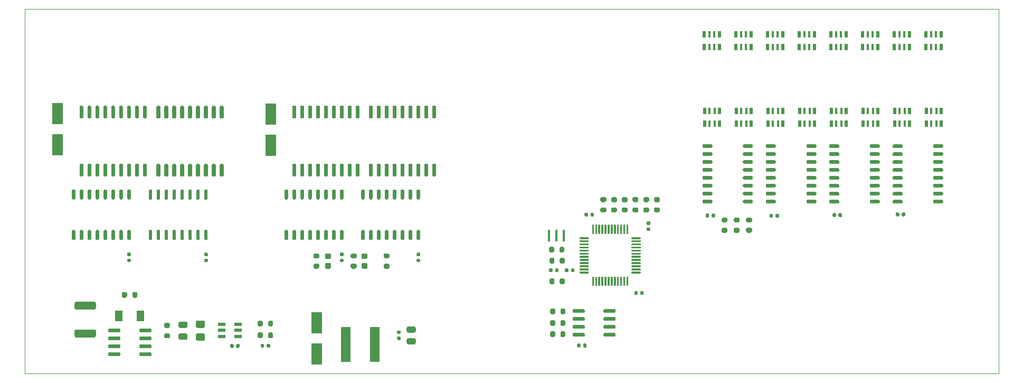
<source format=gbr>
%TF.GenerationSoftware,KiCad,Pcbnew,5.1.9-73d0e3b20d~88~ubuntu20.04.1*%
%TF.CreationDate,2021-03-03T11:33:07+04:00*%
%TF.ProjectId,main_board,6d61696e-5f62-46f6-9172-642e6b696361,rev?*%
%TF.SameCoordinates,Original*%
%TF.FileFunction,Paste,Top*%
%TF.FilePolarity,Positive*%
%FSLAX46Y46*%
G04 Gerber Fmt 4.6, Leading zero omitted, Abs format (unit mm)*
G04 Created by KiCad (PCBNEW 5.1.9-73d0e3b20d~88~ubuntu20.04.1) date 2021-03-03 11:33:07*
%MOMM*%
%LPD*%
G01*
G04 APERTURE LIST*
%TA.AperFunction,Profile*%
%ADD10C,0.100000*%
%TD*%
%ADD11R,0.500000X1.000000*%
%ADD12R,0.400000X1.000000*%
%ADD13R,0.400000X1.900000*%
%ADD14R,1.600000X5.700000*%
%ADD15R,1.300000X1.700000*%
%ADD16R,1.800000X3.500000*%
%ADD17R,1.150000X0.600000*%
G04 APERTURE END LIST*
D10*
X210400000Y-29600000D02*
X54200000Y-29600000D01*
X210400000Y-29600000D02*
X210400000Y-88000000D01*
X210400000Y-88000000D02*
X54200000Y-88000000D01*
X54200000Y-29600000D02*
X54200000Y-88000000D01*
D11*
%TO.C,RN16*%
X198770000Y-35640000D03*
D12*
X199570000Y-35640000D03*
D11*
X201170000Y-35640000D03*
D12*
X200370000Y-35640000D03*
D11*
X198770000Y-33640000D03*
D12*
X200370000Y-33640000D03*
X199570000Y-33640000D03*
D11*
X201170000Y-33640000D03*
%TD*%
%TO.C,RN15*%
X193691426Y-35640000D03*
D12*
X194491426Y-35640000D03*
D11*
X196091426Y-35640000D03*
D12*
X195291426Y-35640000D03*
D11*
X193691426Y-33640000D03*
D12*
X195291426Y-33640000D03*
X194491426Y-33640000D03*
D11*
X196091426Y-33640000D03*
%TD*%
%TO.C,RN14*%
X201220000Y-45930000D03*
D12*
X200420000Y-45930000D03*
D11*
X198820000Y-45930000D03*
D12*
X199620000Y-45930000D03*
D11*
X201220000Y-47930000D03*
D12*
X199620000Y-47930000D03*
X200420000Y-47930000D03*
D11*
X198820000Y-47930000D03*
%TD*%
%TO.C,RN13*%
X196138568Y-45930000D03*
D12*
X195338568Y-45930000D03*
D11*
X193738568Y-45930000D03*
D12*
X194538568Y-45930000D03*
D11*
X196138568Y-47930000D03*
D12*
X194538568Y-47930000D03*
X195338568Y-47930000D03*
D11*
X193738568Y-47930000D03*
%TD*%
%TO.C,RN12*%
X188612855Y-35640000D03*
D12*
X189412855Y-35640000D03*
D11*
X191012855Y-35640000D03*
D12*
X190212855Y-35640000D03*
D11*
X188612855Y-33640000D03*
D12*
X190212855Y-33640000D03*
X189412855Y-33640000D03*
D11*
X191012855Y-33640000D03*
%TD*%
%TO.C,RN11*%
X183534284Y-35640000D03*
D12*
X184334284Y-35640000D03*
D11*
X185934284Y-35640000D03*
D12*
X185134284Y-35640000D03*
D11*
X183534284Y-33640000D03*
D12*
X185134284Y-33640000D03*
X184334284Y-33640000D03*
D11*
X185934284Y-33640000D03*
%TD*%
%TO.C,RN10*%
X191057140Y-45930000D03*
D12*
X190257140Y-45930000D03*
D11*
X188657140Y-45930000D03*
D12*
X189457140Y-45930000D03*
D11*
X191057140Y-47930000D03*
D12*
X189457140Y-47930000D03*
X190257140Y-47930000D03*
D11*
X188657140Y-47930000D03*
%TD*%
%TO.C,RN9*%
X185975712Y-45930000D03*
D12*
X185175712Y-45930000D03*
D11*
X183575712Y-45930000D03*
D12*
X184375712Y-45930000D03*
D11*
X185975712Y-47930000D03*
D12*
X184375712Y-47930000D03*
X185175712Y-47930000D03*
D11*
X183575712Y-47930000D03*
%TD*%
%TO.C,RN8*%
X178455713Y-35640000D03*
D12*
X179255713Y-35640000D03*
D11*
X180855713Y-35640000D03*
D12*
X180055713Y-35640000D03*
D11*
X178455713Y-33640000D03*
D12*
X180055713Y-33640000D03*
X179255713Y-33640000D03*
D11*
X180855713Y-33640000D03*
%TD*%
%TO.C,RN7*%
X173377142Y-35640000D03*
D12*
X174177142Y-35640000D03*
D11*
X175777142Y-35640000D03*
D12*
X174977142Y-35640000D03*
D11*
X173377142Y-33640000D03*
D12*
X174977142Y-33640000D03*
X174177142Y-33640000D03*
D11*
X175777142Y-33640000D03*
%TD*%
%TO.C,RN6*%
X180894284Y-45930000D03*
D12*
X180094284Y-45930000D03*
D11*
X178494284Y-45930000D03*
D12*
X179294284Y-45930000D03*
D11*
X180894284Y-47930000D03*
D12*
X179294284Y-47930000D03*
X180094284Y-47930000D03*
D11*
X178494284Y-47930000D03*
%TD*%
%TO.C,RN5*%
X175812856Y-45930000D03*
D12*
X175012856Y-45930000D03*
D11*
X173412856Y-45930000D03*
D12*
X174212856Y-45930000D03*
D11*
X175812856Y-47930000D03*
D12*
X174212856Y-47930000D03*
X175012856Y-47930000D03*
D11*
X173412856Y-47930000D03*
%TD*%
%TO.C,RN4*%
X168298571Y-35640000D03*
D12*
X169098571Y-35640000D03*
D11*
X170698571Y-35640000D03*
D12*
X169898571Y-35640000D03*
D11*
X168298571Y-33640000D03*
D12*
X169898571Y-33640000D03*
X169098571Y-33640000D03*
D11*
X170698571Y-33640000D03*
%TD*%
%TO.C,RN3*%
X163220000Y-35640000D03*
D12*
X164020000Y-35640000D03*
D11*
X165620000Y-35640000D03*
D12*
X164820000Y-35640000D03*
D11*
X163220000Y-33640000D03*
D12*
X164820000Y-33640000D03*
X164020000Y-33640000D03*
D11*
X165620000Y-33640000D03*
%TD*%
%TO.C,RN2*%
X170731428Y-45930000D03*
D12*
X169931428Y-45930000D03*
D11*
X168331428Y-45930000D03*
D12*
X169131428Y-45930000D03*
D11*
X170731428Y-47930000D03*
D12*
X169131428Y-47930000D03*
X169931428Y-47930000D03*
D11*
X168331428Y-47930000D03*
%TD*%
%TO.C,RN1*%
X165650000Y-45930000D03*
D12*
X164850000Y-45930000D03*
D11*
X163250000Y-45930000D03*
D12*
X164050000Y-45930000D03*
D11*
X165650000Y-47930000D03*
D12*
X164050000Y-47930000D03*
X164850000Y-47930000D03*
D11*
X163250000Y-47930000D03*
%TD*%
%TO.C,U1*%
G36*
G01*
X145210000Y-65550000D02*
X145210000Y-64225000D01*
G75*
G02*
X145285000Y-64150000I75000J0D01*
G01*
X145435000Y-64150000D01*
G75*
G02*
X145510000Y-64225000I0J-75000D01*
G01*
X145510000Y-65550000D01*
G75*
G02*
X145435000Y-65625000I-75000J0D01*
G01*
X145285000Y-65625000D01*
G75*
G02*
X145210000Y-65550000I0J75000D01*
G01*
G37*
G36*
G01*
X145710000Y-65550000D02*
X145710000Y-64225000D01*
G75*
G02*
X145785000Y-64150000I75000J0D01*
G01*
X145935000Y-64150000D01*
G75*
G02*
X146010000Y-64225000I0J-75000D01*
G01*
X146010000Y-65550000D01*
G75*
G02*
X145935000Y-65625000I-75000J0D01*
G01*
X145785000Y-65625000D01*
G75*
G02*
X145710000Y-65550000I0J75000D01*
G01*
G37*
G36*
G01*
X146210000Y-65550000D02*
X146210000Y-64225000D01*
G75*
G02*
X146285000Y-64150000I75000J0D01*
G01*
X146435000Y-64150000D01*
G75*
G02*
X146510000Y-64225000I0J-75000D01*
G01*
X146510000Y-65550000D01*
G75*
G02*
X146435000Y-65625000I-75000J0D01*
G01*
X146285000Y-65625000D01*
G75*
G02*
X146210000Y-65550000I0J75000D01*
G01*
G37*
G36*
G01*
X146710000Y-65550000D02*
X146710000Y-64225000D01*
G75*
G02*
X146785000Y-64150000I75000J0D01*
G01*
X146935000Y-64150000D01*
G75*
G02*
X147010000Y-64225000I0J-75000D01*
G01*
X147010000Y-65550000D01*
G75*
G02*
X146935000Y-65625000I-75000J0D01*
G01*
X146785000Y-65625000D01*
G75*
G02*
X146710000Y-65550000I0J75000D01*
G01*
G37*
G36*
G01*
X147210000Y-65550000D02*
X147210000Y-64225000D01*
G75*
G02*
X147285000Y-64150000I75000J0D01*
G01*
X147435000Y-64150000D01*
G75*
G02*
X147510000Y-64225000I0J-75000D01*
G01*
X147510000Y-65550000D01*
G75*
G02*
X147435000Y-65625000I-75000J0D01*
G01*
X147285000Y-65625000D01*
G75*
G02*
X147210000Y-65550000I0J75000D01*
G01*
G37*
G36*
G01*
X147710000Y-65550000D02*
X147710000Y-64225000D01*
G75*
G02*
X147785000Y-64150000I75000J0D01*
G01*
X147935000Y-64150000D01*
G75*
G02*
X148010000Y-64225000I0J-75000D01*
G01*
X148010000Y-65550000D01*
G75*
G02*
X147935000Y-65625000I-75000J0D01*
G01*
X147785000Y-65625000D01*
G75*
G02*
X147710000Y-65550000I0J75000D01*
G01*
G37*
G36*
G01*
X148210000Y-65550000D02*
X148210000Y-64225000D01*
G75*
G02*
X148285000Y-64150000I75000J0D01*
G01*
X148435000Y-64150000D01*
G75*
G02*
X148510000Y-64225000I0J-75000D01*
G01*
X148510000Y-65550000D01*
G75*
G02*
X148435000Y-65625000I-75000J0D01*
G01*
X148285000Y-65625000D01*
G75*
G02*
X148210000Y-65550000I0J75000D01*
G01*
G37*
G36*
G01*
X148710000Y-65550000D02*
X148710000Y-64225000D01*
G75*
G02*
X148785000Y-64150000I75000J0D01*
G01*
X148935000Y-64150000D01*
G75*
G02*
X149010000Y-64225000I0J-75000D01*
G01*
X149010000Y-65550000D01*
G75*
G02*
X148935000Y-65625000I-75000J0D01*
G01*
X148785000Y-65625000D01*
G75*
G02*
X148710000Y-65550000I0J75000D01*
G01*
G37*
G36*
G01*
X149210000Y-65550000D02*
X149210000Y-64225000D01*
G75*
G02*
X149285000Y-64150000I75000J0D01*
G01*
X149435000Y-64150000D01*
G75*
G02*
X149510000Y-64225000I0J-75000D01*
G01*
X149510000Y-65550000D01*
G75*
G02*
X149435000Y-65625000I-75000J0D01*
G01*
X149285000Y-65625000D01*
G75*
G02*
X149210000Y-65550000I0J75000D01*
G01*
G37*
G36*
G01*
X149710000Y-65550000D02*
X149710000Y-64225000D01*
G75*
G02*
X149785000Y-64150000I75000J0D01*
G01*
X149935000Y-64150000D01*
G75*
G02*
X150010000Y-64225000I0J-75000D01*
G01*
X150010000Y-65550000D01*
G75*
G02*
X149935000Y-65625000I-75000J0D01*
G01*
X149785000Y-65625000D01*
G75*
G02*
X149710000Y-65550000I0J75000D01*
G01*
G37*
G36*
G01*
X150210000Y-65550000D02*
X150210000Y-64225000D01*
G75*
G02*
X150285000Y-64150000I75000J0D01*
G01*
X150435000Y-64150000D01*
G75*
G02*
X150510000Y-64225000I0J-75000D01*
G01*
X150510000Y-65550000D01*
G75*
G02*
X150435000Y-65625000I-75000J0D01*
G01*
X150285000Y-65625000D01*
G75*
G02*
X150210000Y-65550000I0J75000D01*
G01*
G37*
G36*
G01*
X150710000Y-65550000D02*
X150710000Y-64225000D01*
G75*
G02*
X150785000Y-64150000I75000J0D01*
G01*
X150935000Y-64150000D01*
G75*
G02*
X151010000Y-64225000I0J-75000D01*
G01*
X151010000Y-65550000D01*
G75*
G02*
X150935000Y-65625000I-75000J0D01*
G01*
X150785000Y-65625000D01*
G75*
G02*
X150710000Y-65550000I0J75000D01*
G01*
G37*
G36*
G01*
X151535000Y-66375000D02*
X151535000Y-66225000D01*
G75*
G02*
X151610000Y-66150000I75000J0D01*
G01*
X152935000Y-66150000D01*
G75*
G02*
X153010000Y-66225000I0J-75000D01*
G01*
X153010000Y-66375000D01*
G75*
G02*
X152935000Y-66450000I-75000J0D01*
G01*
X151610000Y-66450000D01*
G75*
G02*
X151535000Y-66375000I0J75000D01*
G01*
G37*
G36*
G01*
X151535000Y-66875000D02*
X151535000Y-66725000D01*
G75*
G02*
X151610000Y-66650000I75000J0D01*
G01*
X152935000Y-66650000D01*
G75*
G02*
X153010000Y-66725000I0J-75000D01*
G01*
X153010000Y-66875000D01*
G75*
G02*
X152935000Y-66950000I-75000J0D01*
G01*
X151610000Y-66950000D01*
G75*
G02*
X151535000Y-66875000I0J75000D01*
G01*
G37*
G36*
G01*
X151535000Y-67375000D02*
X151535000Y-67225000D01*
G75*
G02*
X151610000Y-67150000I75000J0D01*
G01*
X152935000Y-67150000D01*
G75*
G02*
X153010000Y-67225000I0J-75000D01*
G01*
X153010000Y-67375000D01*
G75*
G02*
X152935000Y-67450000I-75000J0D01*
G01*
X151610000Y-67450000D01*
G75*
G02*
X151535000Y-67375000I0J75000D01*
G01*
G37*
G36*
G01*
X151535000Y-67875000D02*
X151535000Y-67725000D01*
G75*
G02*
X151610000Y-67650000I75000J0D01*
G01*
X152935000Y-67650000D01*
G75*
G02*
X153010000Y-67725000I0J-75000D01*
G01*
X153010000Y-67875000D01*
G75*
G02*
X152935000Y-67950000I-75000J0D01*
G01*
X151610000Y-67950000D01*
G75*
G02*
X151535000Y-67875000I0J75000D01*
G01*
G37*
G36*
G01*
X151535000Y-68375000D02*
X151535000Y-68225000D01*
G75*
G02*
X151610000Y-68150000I75000J0D01*
G01*
X152935000Y-68150000D01*
G75*
G02*
X153010000Y-68225000I0J-75000D01*
G01*
X153010000Y-68375000D01*
G75*
G02*
X152935000Y-68450000I-75000J0D01*
G01*
X151610000Y-68450000D01*
G75*
G02*
X151535000Y-68375000I0J75000D01*
G01*
G37*
G36*
G01*
X151535000Y-68875000D02*
X151535000Y-68725000D01*
G75*
G02*
X151610000Y-68650000I75000J0D01*
G01*
X152935000Y-68650000D01*
G75*
G02*
X153010000Y-68725000I0J-75000D01*
G01*
X153010000Y-68875000D01*
G75*
G02*
X152935000Y-68950000I-75000J0D01*
G01*
X151610000Y-68950000D01*
G75*
G02*
X151535000Y-68875000I0J75000D01*
G01*
G37*
G36*
G01*
X151535000Y-69375000D02*
X151535000Y-69225000D01*
G75*
G02*
X151610000Y-69150000I75000J0D01*
G01*
X152935000Y-69150000D01*
G75*
G02*
X153010000Y-69225000I0J-75000D01*
G01*
X153010000Y-69375000D01*
G75*
G02*
X152935000Y-69450000I-75000J0D01*
G01*
X151610000Y-69450000D01*
G75*
G02*
X151535000Y-69375000I0J75000D01*
G01*
G37*
G36*
G01*
X151535000Y-69875000D02*
X151535000Y-69725000D01*
G75*
G02*
X151610000Y-69650000I75000J0D01*
G01*
X152935000Y-69650000D01*
G75*
G02*
X153010000Y-69725000I0J-75000D01*
G01*
X153010000Y-69875000D01*
G75*
G02*
X152935000Y-69950000I-75000J0D01*
G01*
X151610000Y-69950000D01*
G75*
G02*
X151535000Y-69875000I0J75000D01*
G01*
G37*
G36*
G01*
X151535000Y-70375000D02*
X151535000Y-70225000D01*
G75*
G02*
X151610000Y-70150000I75000J0D01*
G01*
X152935000Y-70150000D01*
G75*
G02*
X153010000Y-70225000I0J-75000D01*
G01*
X153010000Y-70375000D01*
G75*
G02*
X152935000Y-70450000I-75000J0D01*
G01*
X151610000Y-70450000D01*
G75*
G02*
X151535000Y-70375000I0J75000D01*
G01*
G37*
G36*
G01*
X151535000Y-70875000D02*
X151535000Y-70725000D01*
G75*
G02*
X151610000Y-70650000I75000J0D01*
G01*
X152935000Y-70650000D01*
G75*
G02*
X153010000Y-70725000I0J-75000D01*
G01*
X153010000Y-70875000D01*
G75*
G02*
X152935000Y-70950000I-75000J0D01*
G01*
X151610000Y-70950000D01*
G75*
G02*
X151535000Y-70875000I0J75000D01*
G01*
G37*
G36*
G01*
X151535000Y-71375000D02*
X151535000Y-71225000D01*
G75*
G02*
X151610000Y-71150000I75000J0D01*
G01*
X152935000Y-71150000D01*
G75*
G02*
X153010000Y-71225000I0J-75000D01*
G01*
X153010000Y-71375000D01*
G75*
G02*
X152935000Y-71450000I-75000J0D01*
G01*
X151610000Y-71450000D01*
G75*
G02*
X151535000Y-71375000I0J75000D01*
G01*
G37*
G36*
G01*
X151535000Y-71875000D02*
X151535000Y-71725000D01*
G75*
G02*
X151610000Y-71650000I75000J0D01*
G01*
X152935000Y-71650000D01*
G75*
G02*
X153010000Y-71725000I0J-75000D01*
G01*
X153010000Y-71875000D01*
G75*
G02*
X152935000Y-71950000I-75000J0D01*
G01*
X151610000Y-71950000D01*
G75*
G02*
X151535000Y-71875000I0J75000D01*
G01*
G37*
G36*
G01*
X150710000Y-73875000D02*
X150710000Y-72550000D01*
G75*
G02*
X150785000Y-72475000I75000J0D01*
G01*
X150935000Y-72475000D01*
G75*
G02*
X151010000Y-72550000I0J-75000D01*
G01*
X151010000Y-73875000D01*
G75*
G02*
X150935000Y-73950000I-75000J0D01*
G01*
X150785000Y-73950000D01*
G75*
G02*
X150710000Y-73875000I0J75000D01*
G01*
G37*
G36*
G01*
X150210000Y-73875000D02*
X150210000Y-72550000D01*
G75*
G02*
X150285000Y-72475000I75000J0D01*
G01*
X150435000Y-72475000D01*
G75*
G02*
X150510000Y-72550000I0J-75000D01*
G01*
X150510000Y-73875000D01*
G75*
G02*
X150435000Y-73950000I-75000J0D01*
G01*
X150285000Y-73950000D01*
G75*
G02*
X150210000Y-73875000I0J75000D01*
G01*
G37*
G36*
G01*
X149710000Y-73875000D02*
X149710000Y-72550000D01*
G75*
G02*
X149785000Y-72475000I75000J0D01*
G01*
X149935000Y-72475000D01*
G75*
G02*
X150010000Y-72550000I0J-75000D01*
G01*
X150010000Y-73875000D01*
G75*
G02*
X149935000Y-73950000I-75000J0D01*
G01*
X149785000Y-73950000D01*
G75*
G02*
X149710000Y-73875000I0J75000D01*
G01*
G37*
G36*
G01*
X149210000Y-73875000D02*
X149210000Y-72550000D01*
G75*
G02*
X149285000Y-72475000I75000J0D01*
G01*
X149435000Y-72475000D01*
G75*
G02*
X149510000Y-72550000I0J-75000D01*
G01*
X149510000Y-73875000D01*
G75*
G02*
X149435000Y-73950000I-75000J0D01*
G01*
X149285000Y-73950000D01*
G75*
G02*
X149210000Y-73875000I0J75000D01*
G01*
G37*
G36*
G01*
X148710000Y-73875000D02*
X148710000Y-72550000D01*
G75*
G02*
X148785000Y-72475000I75000J0D01*
G01*
X148935000Y-72475000D01*
G75*
G02*
X149010000Y-72550000I0J-75000D01*
G01*
X149010000Y-73875000D01*
G75*
G02*
X148935000Y-73950000I-75000J0D01*
G01*
X148785000Y-73950000D01*
G75*
G02*
X148710000Y-73875000I0J75000D01*
G01*
G37*
G36*
G01*
X148210000Y-73875000D02*
X148210000Y-72550000D01*
G75*
G02*
X148285000Y-72475000I75000J0D01*
G01*
X148435000Y-72475000D01*
G75*
G02*
X148510000Y-72550000I0J-75000D01*
G01*
X148510000Y-73875000D01*
G75*
G02*
X148435000Y-73950000I-75000J0D01*
G01*
X148285000Y-73950000D01*
G75*
G02*
X148210000Y-73875000I0J75000D01*
G01*
G37*
G36*
G01*
X147710000Y-73875000D02*
X147710000Y-72550000D01*
G75*
G02*
X147785000Y-72475000I75000J0D01*
G01*
X147935000Y-72475000D01*
G75*
G02*
X148010000Y-72550000I0J-75000D01*
G01*
X148010000Y-73875000D01*
G75*
G02*
X147935000Y-73950000I-75000J0D01*
G01*
X147785000Y-73950000D01*
G75*
G02*
X147710000Y-73875000I0J75000D01*
G01*
G37*
G36*
G01*
X147210000Y-73875000D02*
X147210000Y-72550000D01*
G75*
G02*
X147285000Y-72475000I75000J0D01*
G01*
X147435000Y-72475000D01*
G75*
G02*
X147510000Y-72550000I0J-75000D01*
G01*
X147510000Y-73875000D01*
G75*
G02*
X147435000Y-73950000I-75000J0D01*
G01*
X147285000Y-73950000D01*
G75*
G02*
X147210000Y-73875000I0J75000D01*
G01*
G37*
G36*
G01*
X146710000Y-73875000D02*
X146710000Y-72550000D01*
G75*
G02*
X146785000Y-72475000I75000J0D01*
G01*
X146935000Y-72475000D01*
G75*
G02*
X147010000Y-72550000I0J-75000D01*
G01*
X147010000Y-73875000D01*
G75*
G02*
X146935000Y-73950000I-75000J0D01*
G01*
X146785000Y-73950000D01*
G75*
G02*
X146710000Y-73875000I0J75000D01*
G01*
G37*
G36*
G01*
X146210000Y-73875000D02*
X146210000Y-72550000D01*
G75*
G02*
X146285000Y-72475000I75000J0D01*
G01*
X146435000Y-72475000D01*
G75*
G02*
X146510000Y-72550000I0J-75000D01*
G01*
X146510000Y-73875000D01*
G75*
G02*
X146435000Y-73950000I-75000J0D01*
G01*
X146285000Y-73950000D01*
G75*
G02*
X146210000Y-73875000I0J75000D01*
G01*
G37*
G36*
G01*
X145710000Y-73875000D02*
X145710000Y-72550000D01*
G75*
G02*
X145785000Y-72475000I75000J0D01*
G01*
X145935000Y-72475000D01*
G75*
G02*
X146010000Y-72550000I0J-75000D01*
G01*
X146010000Y-73875000D01*
G75*
G02*
X145935000Y-73950000I-75000J0D01*
G01*
X145785000Y-73950000D01*
G75*
G02*
X145710000Y-73875000I0J75000D01*
G01*
G37*
G36*
G01*
X145210000Y-73875000D02*
X145210000Y-72550000D01*
G75*
G02*
X145285000Y-72475000I75000J0D01*
G01*
X145435000Y-72475000D01*
G75*
G02*
X145510000Y-72550000I0J-75000D01*
G01*
X145510000Y-73875000D01*
G75*
G02*
X145435000Y-73950000I-75000J0D01*
G01*
X145285000Y-73950000D01*
G75*
G02*
X145210000Y-73875000I0J75000D01*
G01*
G37*
G36*
G01*
X143210000Y-71875000D02*
X143210000Y-71725000D01*
G75*
G02*
X143285000Y-71650000I75000J0D01*
G01*
X144610000Y-71650000D01*
G75*
G02*
X144685000Y-71725000I0J-75000D01*
G01*
X144685000Y-71875000D01*
G75*
G02*
X144610000Y-71950000I-75000J0D01*
G01*
X143285000Y-71950000D01*
G75*
G02*
X143210000Y-71875000I0J75000D01*
G01*
G37*
G36*
G01*
X143210000Y-71375000D02*
X143210000Y-71225000D01*
G75*
G02*
X143285000Y-71150000I75000J0D01*
G01*
X144610000Y-71150000D01*
G75*
G02*
X144685000Y-71225000I0J-75000D01*
G01*
X144685000Y-71375000D01*
G75*
G02*
X144610000Y-71450000I-75000J0D01*
G01*
X143285000Y-71450000D01*
G75*
G02*
X143210000Y-71375000I0J75000D01*
G01*
G37*
G36*
G01*
X143210000Y-70875000D02*
X143210000Y-70725000D01*
G75*
G02*
X143285000Y-70650000I75000J0D01*
G01*
X144610000Y-70650000D01*
G75*
G02*
X144685000Y-70725000I0J-75000D01*
G01*
X144685000Y-70875000D01*
G75*
G02*
X144610000Y-70950000I-75000J0D01*
G01*
X143285000Y-70950000D01*
G75*
G02*
X143210000Y-70875000I0J75000D01*
G01*
G37*
G36*
G01*
X143210000Y-70375000D02*
X143210000Y-70225000D01*
G75*
G02*
X143285000Y-70150000I75000J0D01*
G01*
X144610000Y-70150000D01*
G75*
G02*
X144685000Y-70225000I0J-75000D01*
G01*
X144685000Y-70375000D01*
G75*
G02*
X144610000Y-70450000I-75000J0D01*
G01*
X143285000Y-70450000D01*
G75*
G02*
X143210000Y-70375000I0J75000D01*
G01*
G37*
G36*
G01*
X143210000Y-69875000D02*
X143210000Y-69725000D01*
G75*
G02*
X143285000Y-69650000I75000J0D01*
G01*
X144610000Y-69650000D01*
G75*
G02*
X144685000Y-69725000I0J-75000D01*
G01*
X144685000Y-69875000D01*
G75*
G02*
X144610000Y-69950000I-75000J0D01*
G01*
X143285000Y-69950000D01*
G75*
G02*
X143210000Y-69875000I0J75000D01*
G01*
G37*
G36*
G01*
X143210000Y-69375000D02*
X143210000Y-69225000D01*
G75*
G02*
X143285000Y-69150000I75000J0D01*
G01*
X144610000Y-69150000D01*
G75*
G02*
X144685000Y-69225000I0J-75000D01*
G01*
X144685000Y-69375000D01*
G75*
G02*
X144610000Y-69450000I-75000J0D01*
G01*
X143285000Y-69450000D01*
G75*
G02*
X143210000Y-69375000I0J75000D01*
G01*
G37*
G36*
G01*
X143210000Y-68875000D02*
X143210000Y-68725000D01*
G75*
G02*
X143285000Y-68650000I75000J0D01*
G01*
X144610000Y-68650000D01*
G75*
G02*
X144685000Y-68725000I0J-75000D01*
G01*
X144685000Y-68875000D01*
G75*
G02*
X144610000Y-68950000I-75000J0D01*
G01*
X143285000Y-68950000D01*
G75*
G02*
X143210000Y-68875000I0J75000D01*
G01*
G37*
G36*
G01*
X143210000Y-68375000D02*
X143210000Y-68225000D01*
G75*
G02*
X143285000Y-68150000I75000J0D01*
G01*
X144610000Y-68150000D01*
G75*
G02*
X144685000Y-68225000I0J-75000D01*
G01*
X144685000Y-68375000D01*
G75*
G02*
X144610000Y-68450000I-75000J0D01*
G01*
X143285000Y-68450000D01*
G75*
G02*
X143210000Y-68375000I0J75000D01*
G01*
G37*
G36*
G01*
X143210000Y-67875000D02*
X143210000Y-67725000D01*
G75*
G02*
X143285000Y-67650000I75000J0D01*
G01*
X144610000Y-67650000D01*
G75*
G02*
X144685000Y-67725000I0J-75000D01*
G01*
X144685000Y-67875000D01*
G75*
G02*
X144610000Y-67950000I-75000J0D01*
G01*
X143285000Y-67950000D01*
G75*
G02*
X143210000Y-67875000I0J75000D01*
G01*
G37*
G36*
G01*
X143210000Y-67375000D02*
X143210000Y-67225000D01*
G75*
G02*
X143285000Y-67150000I75000J0D01*
G01*
X144610000Y-67150000D01*
G75*
G02*
X144685000Y-67225000I0J-75000D01*
G01*
X144685000Y-67375000D01*
G75*
G02*
X144610000Y-67450000I-75000J0D01*
G01*
X143285000Y-67450000D01*
G75*
G02*
X143210000Y-67375000I0J75000D01*
G01*
G37*
G36*
G01*
X143210000Y-66875000D02*
X143210000Y-66725000D01*
G75*
G02*
X143285000Y-66650000I75000J0D01*
G01*
X144610000Y-66650000D01*
G75*
G02*
X144685000Y-66725000I0J-75000D01*
G01*
X144685000Y-66875000D01*
G75*
G02*
X144610000Y-66950000I-75000J0D01*
G01*
X143285000Y-66950000D01*
G75*
G02*
X143210000Y-66875000I0J75000D01*
G01*
G37*
G36*
G01*
X143210000Y-66375000D02*
X143210000Y-66225000D01*
G75*
G02*
X143285000Y-66150000I75000J0D01*
G01*
X144610000Y-66150000D01*
G75*
G02*
X144685000Y-66225000I0J-75000D01*
G01*
X144685000Y-66375000D01*
G75*
G02*
X144610000Y-66450000I-75000J0D01*
G01*
X143285000Y-66450000D01*
G75*
G02*
X143210000Y-66375000I0J75000D01*
G01*
G37*
%TD*%
%TO.C,R31*%
G36*
G01*
X140125000Y-80175000D02*
X140125000Y-79625000D01*
G75*
G02*
X140325000Y-79425000I200000J0D01*
G01*
X140725000Y-79425000D01*
G75*
G02*
X140925000Y-79625000I0J-200000D01*
G01*
X140925000Y-80175000D01*
G75*
G02*
X140725000Y-80375000I-200000J0D01*
G01*
X140325000Y-80375000D01*
G75*
G02*
X140125000Y-80175000I0J200000D01*
G01*
G37*
G36*
G01*
X138475000Y-80175000D02*
X138475000Y-79625000D01*
G75*
G02*
X138675000Y-79425000I200000J0D01*
G01*
X139075000Y-79425000D01*
G75*
G02*
X139275000Y-79625000I0J-200000D01*
G01*
X139275000Y-80175000D01*
G75*
G02*
X139075000Y-80375000I-200000J0D01*
G01*
X138675000Y-80375000D01*
G75*
G02*
X138475000Y-80175000I0J200000D01*
G01*
G37*
%TD*%
%TO.C,R30*%
G36*
G01*
X140130000Y-81965000D02*
X140130000Y-81415000D01*
G75*
G02*
X140330000Y-81215000I200000J0D01*
G01*
X140730000Y-81215000D01*
G75*
G02*
X140930000Y-81415000I0J-200000D01*
G01*
X140930000Y-81965000D01*
G75*
G02*
X140730000Y-82165000I-200000J0D01*
G01*
X140330000Y-82165000D01*
G75*
G02*
X140130000Y-81965000I0J200000D01*
G01*
G37*
G36*
G01*
X138480000Y-81965000D02*
X138480000Y-81415000D01*
G75*
G02*
X138680000Y-81215000I200000J0D01*
G01*
X139080000Y-81215000D01*
G75*
G02*
X139280000Y-81415000I0J-200000D01*
G01*
X139280000Y-81965000D01*
G75*
G02*
X139080000Y-82165000I-200000J0D01*
G01*
X138680000Y-82165000D01*
G75*
G02*
X138480000Y-81965000I0J200000D01*
G01*
G37*
%TD*%
%TO.C,R29*%
G36*
G01*
X93235000Y-80265000D02*
X93235000Y-79715000D01*
G75*
G02*
X93435000Y-79515000I200000J0D01*
G01*
X93835000Y-79515000D01*
G75*
G02*
X94035000Y-79715000I0J-200000D01*
G01*
X94035000Y-80265000D01*
G75*
G02*
X93835000Y-80465000I-200000J0D01*
G01*
X93435000Y-80465000D01*
G75*
G02*
X93235000Y-80265000I0J200000D01*
G01*
G37*
G36*
G01*
X91585000Y-80265000D02*
X91585000Y-79715000D01*
G75*
G02*
X91785000Y-79515000I200000J0D01*
G01*
X92185000Y-79515000D01*
G75*
G02*
X92385000Y-79715000I0J-200000D01*
G01*
X92385000Y-80265000D01*
G75*
G02*
X92185000Y-80465000I-200000J0D01*
G01*
X91785000Y-80465000D01*
G75*
G02*
X91585000Y-80265000I0J200000D01*
G01*
G37*
%TD*%
%TO.C,R28*%
G36*
G01*
X92385000Y-81605000D02*
X92385000Y-82155000D01*
G75*
G02*
X92185000Y-82355000I-200000J0D01*
G01*
X91785000Y-82355000D01*
G75*
G02*
X91585000Y-82155000I0J200000D01*
G01*
X91585000Y-81605000D01*
G75*
G02*
X91785000Y-81405000I200000J0D01*
G01*
X92185000Y-81405000D01*
G75*
G02*
X92385000Y-81605000I0J-200000D01*
G01*
G37*
G36*
G01*
X94035000Y-81605000D02*
X94035000Y-82155000D01*
G75*
G02*
X93835000Y-82355000I-200000J0D01*
G01*
X93435000Y-82355000D01*
G75*
G02*
X93235000Y-82155000I0J200000D01*
G01*
X93235000Y-81605000D01*
G75*
G02*
X93435000Y-81405000I200000J0D01*
G01*
X93835000Y-81405000D01*
G75*
G02*
X94035000Y-81605000I0J-200000D01*
G01*
G37*
%TD*%
%TO.C,R27*%
G36*
G01*
X77305000Y-80705000D02*
X76755000Y-80705000D01*
G75*
G02*
X76555000Y-80505000I0J200000D01*
G01*
X76555000Y-80105000D01*
G75*
G02*
X76755000Y-79905000I200000J0D01*
G01*
X77305000Y-79905000D01*
G75*
G02*
X77505000Y-80105000I0J-200000D01*
G01*
X77505000Y-80505000D01*
G75*
G02*
X77305000Y-80705000I-200000J0D01*
G01*
G37*
G36*
G01*
X77305000Y-82355000D02*
X76755000Y-82355000D01*
G75*
G02*
X76555000Y-82155000I0J200000D01*
G01*
X76555000Y-81755000D01*
G75*
G02*
X76755000Y-81555000I200000J0D01*
G01*
X77305000Y-81555000D01*
G75*
G02*
X77505000Y-81755000I0J-200000D01*
G01*
X77505000Y-82155000D01*
G75*
G02*
X77305000Y-82355000I-200000J0D01*
G01*
G37*
%TD*%
%TO.C,R26*%
G36*
G01*
X70605000Y-75115000D02*
X70605000Y-75665000D01*
G75*
G02*
X70405000Y-75865000I-200000J0D01*
G01*
X70005000Y-75865000D01*
G75*
G02*
X69805000Y-75665000I0J200000D01*
G01*
X69805000Y-75115000D01*
G75*
G02*
X70005000Y-74915000I200000J0D01*
G01*
X70405000Y-74915000D01*
G75*
G02*
X70605000Y-75115000I0J-200000D01*
G01*
G37*
G36*
G01*
X72255000Y-75115000D02*
X72255000Y-75665000D01*
G75*
G02*
X72055000Y-75865000I-200000J0D01*
G01*
X71655000Y-75865000D01*
G75*
G02*
X71455000Y-75665000I0J200000D01*
G01*
X71455000Y-75115000D01*
G75*
G02*
X71655000Y-74915000I200000J0D01*
G01*
X72055000Y-74915000D01*
G75*
G02*
X72255000Y-75115000I0J-200000D01*
G01*
G37*
%TD*%
%TO.C,R25*%
G36*
G01*
X166185000Y-64635000D02*
X166735000Y-64635000D01*
G75*
G02*
X166935000Y-64835000I0J-200000D01*
G01*
X166935000Y-65235000D01*
G75*
G02*
X166735000Y-65435000I-200000J0D01*
G01*
X166185000Y-65435000D01*
G75*
G02*
X165985000Y-65235000I0J200000D01*
G01*
X165985000Y-64835000D01*
G75*
G02*
X166185000Y-64635000I200000J0D01*
G01*
G37*
G36*
G01*
X166185000Y-62985000D02*
X166735000Y-62985000D01*
G75*
G02*
X166935000Y-63185000I0J-200000D01*
G01*
X166935000Y-63585000D01*
G75*
G02*
X166735000Y-63785000I-200000J0D01*
G01*
X166185000Y-63785000D01*
G75*
G02*
X165985000Y-63585000I0J200000D01*
G01*
X165985000Y-63185000D01*
G75*
G02*
X166185000Y-62985000I200000J0D01*
G01*
G37*
%TD*%
%TO.C,R24*%
G36*
G01*
X170105000Y-64635000D02*
X170655000Y-64635000D01*
G75*
G02*
X170855000Y-64835000I0J-200000D01*
G01*
X170855000Y-65235000D01*
G75*
G02*
X170655000Y-65435000I-200000J0D01*
G01*
X170105000Y-65435000D01*
G75*
G02*
X169905000Y-65235000I0J200000D01*
G01*
X169905000Y-64835000D01*
G75*
G02*
X170105000Y-64635000I200000J0D01*
G01*
G37*
G36*
G01*
X170105000Y-62985000D02*
X170655000Y-62985000D01*
G75*
G02*
X170855000Y-63185000I0J-200000D01*
G01*
X170855000Y-63585000D01*
G75*
G02*
X170655000Y-63785000I-200000J0D01*
G01*
X170105000Y-63785000D01*
G75*
G02*
X169905000Y-63585000I0J200000D01*
G01*
X169905000Y-63185000D01*
G75*
G02*
X170105000Y-62985000I200000J0D01*
G01*
G37*
%TD*%
%TO.C,R23*%
G36*
G01*
X112525000Y-69545000D02*
X111975000Y-69545000D01*
G75*
G02*
X111775000Y-69345000I0J200000D01*
G01*
X111775000Y-68945000D01*
G75*
G02*
X111975000Y-68745000I200000J0D01*
G01*
X112525000Y-68745000D01*
G75*
G02*
X112725000Y-68945000I0J-200000D01*
G01*
X112725000Y-69345000D01*
G75*
G02*
X112525000Y-69545000I-200000J0D01*
G01*
G37*
G36*
G01*
X112525000Y-71195000D02*
X111975000Y-71195000D01*
G75*
G02*
X111775000Y-70995000I0J200000D01*
G01*
X111775000Y-70595000D01*
G75*
G02*
X111975000Y-70395000I200000J0D01*
G01*
X112525000Y-70395000D01*
G75*
G02*
X112725000Y-70595000I0J-200000D01*
G01*
X112725000Y-70995000D01*
G75*
G02*
X112525000Y-71195000I-200000J0D01*
G01*
G37*
%TD*%
%TO.C,R22*%
G36*
G01*
X101245000Y-69545000D02*
X100695000Y-69545000D01*
G75*
G02*
X100495000Y-69345000I0J200000D01*
G01*
X100495000Y-68945000D01*
G75*
G02*
X100695000Y-68745000I200000J0D01*
G01*
X101245000Y-68745000D01*
G75*
G02*
X101445000Y-68945000I0J-200000D01*
G01*
X101445000Y-69345000D01*
G75*
G02*
X101245000Y-69545000I-200000J0D01*
G01*
G37*
G36*
G01*
X101245000Y-71195000D02*
X100695000Y-71195000D01*
G75*
G02*
X100495000Y-70995000I0J200000D01*
G01*
X100495000Y-70595000D01*
G75*
G02*
X100695000Y-70395000I200000J0D01*
G01*
X101245000Y-70395000D01*
G75*
G02*
X101445000Y-70595000I0J-200000D01*
G01*
X101445000Y-70995000D01*
G75*
G02*
X101245000Y-71195000I-200000J0D01*
G01*
G37*
%TD*%
%TO.C,R21*%
G36*
G01*
X107235000Y-69545000D02*
X106685000Y-69545000D01*
G75*
G02*
X106485000Y-69345000I0J200000D01*
G01*
X106485000Y-68945000D01*
G75*
G02*
X106685000Y-68745000I200000J0D01*
G01*
X107235000Y-68745000D01*
G75*
G02*
X107435000Y-68945000I0J-200000D01*
G01*
X107435000Y-69345000D01*
G75*
G02*
X107235000Y-69545000I-200000J0D01*
G01*
G37*
G36*
G01*
X107235000Y-71195000D02*
X106685000Y-71195000D01*
G75*
G02*
X106485000Y-70995000I0J200000D01*
G01*
X106485000Y-70595000D01*
G75*
G02*
X106685000Y-70395000I200000J0D01*
G01*
X107235000Y-70395000D01*
G75*
G02*
X107435000Y-70595000I0J-200000D01*
G01*
X107435000Y-70995000D01*
G75*
G02*
X107235000Y-71195000I-200000J0D01*
G01*
G37*
%TD*%
%TO.C,R20*%
G36*
G01*
X154165000Y-60525000D02*
X153615000Y-60525000D01*
G75*
G02*
X153415000Y-60325000I0J200000D01*
G01*
X153415000Y-59925000D01*
G75*
G02*
X153615000Y-59725000I200000J0D01*
G01*
X154165000Y-59725000D01*
G75*
G02*
X154365000Y-59925000I0J-200000D01*
G01*
X154365000Y-60325000D01*
G75*
G02*
X154165000Y-60525000I-200000J0D01*
G01*
G37*
G36*
G01*
X154165000Y-62175000D02*
X153615000Y-62175000D01*
G75*
G02*
X153415000Y-61975000I0J200000D01*
G01*
X153415000Y-61575000D01*
G75*
G02*
X153615000Y-61375000I200000J0D01*
G01*
X154165000Y-61375000D01*
G75*
G02*
X154365000Y-61575000I0J-200000D01*
G01*
X154365000Y-61975000D01*
G75*
G02*
X154165000Y-62175000I-200000J0D01*
G01*
G37*
%TD*%
%TO.C,R19*%
G36*
G01*
X168145000Y-64635000D02*
X168695000Y-64635000D01*
G75*
G02*
X168895000Y-64835000I0J-200000D01*
G01*
X168895000Y-65235000D01*
G75*
G02*
X168695000Y-65435000I-200000J0D01*
G01*
X168145000Y-65435000D01*
G75*
G02*
X167945000Y-65235000I0J200000D01*
G01*
X167945000Y-64835000D01*
G75*
G02*
X168145000Y-64635000I200000J0D01*
G01*
G37*
G36*
G01*
X168145000Y-62985000D02*
X168695000Y-62985000D01*
G75*
G02*
X168895000Y-63185000I0J-200000D01*
G01*
X168895000Y-63585000D01*
G75*
G02*
X168695000Y-63785000I-200000J0D01*
G01*
X168145000Y-63785000D01*
G75*
G02*
X167945000Y-63585000I0J200000D01*
G01*
X167945000Y-63185000D01*
G75*
G02*
X168145000Y-62985000I200000J0D01*
G01*
G37*
%TD*%
%TO.C,R18*%
G36*
G01*
X139275000Y-77755000D02*
X139275000Y-78305000D01*
G75*
G02*
X139075000Y-78505000I-200000J0D01*
G01*
X138675000Y-78505000D01*
G75*
G02*
X138475000Y-78305000I0J200000D01*
G01*
X138475000Y-77755000D01*
G75*
G02*
X138675000Y-77555000I200000J0D01*
G01*
X139075000Y-77555000D01*
G75*
G02*
X139275000Y-77755000I0J-200000D01*
G01*
G37*
G36*
G01*
X140925000Y-77755000D02*
X140925000Y-78305000D01*
G75*
G02*
X140725000Y-78505000I-200000J0D01*
G01*
X140325000Y-78505000D01*
G75*
G02*
X140125000Y-78305000I0J200000D01*
G01*
X140125000Y-77755000D01*
G75*
G02*
X140325000Y-77555000I200000J0D01*
G01*
X140725000Y-77555000D01*
G75*
G02*
X140925000Y-77755000I0J-200000D01*
G01*
G37*
%TD*%
%TO.C,R17*%
G36*
G01*
X152445000Y-60525000D02*
X151895000Y-60525000D01*
G75*
G02*
X151695000Y-60325000I0J200000D01*
G01*
X151695000Y-59925000D01*
G75*
G02*
X151895000Y-59725000I200000J0D01*
G01*
X152445000Y-59725000D01*
G75*
G02*
X152645000Y-59925000I0J-200000D01*
G01*
X152645000Y-60325000D01*
G75*
G02*
X152445000Y-60525000I-200000J0D01*
G01*
G37*
G36*
G01*
X152445000Y-62175000D02*
X151895000Y-62175000D01*
G75*
G02*
X151695000Y-61975000I0J200000D01*
G01*
X151695000Y-61575000D01*
G75*
G02*
X151895000Y-61375000I200000J0D01*
G01*
X152445000Y-61375000D01*
G75*
G02*
X152645000Y-61575000I0J-200000D01*
G01*
X152645000Y-61975000D01*
G75*
G02*
X152445000Y-62175000I-200000J0D01*
G01*
G37*
%TD*%
%TO.C,R16*%
G36*
G01*
X150725000Y-60525000D02*
X150175000Y-60525000D01*
G75*
G02*
X149975000Y-60325000I0J200000D01*
G01*
X149975000Y-59925000D01*
G75*
G02*
X150175000Y-59725000I200000J0D01*
G01*
X150725000Y-59725000D01*
G75*
G02*
X150925000Y-59925000I0J-200000D01*
G01*
X150925000Y-60325000D01*
G75*
G02*
X150725000Y-60525000I-200000J0D01*
G01*
G37*
G36*
G01*
X150725000Y-62175000D02*
X150175000Y-62175000D01*
G75*
G02*
X149975000Y-61975000I0J200000D01*
G01*
X149975000Y-61575000D01*
G75*
G02*
X150175000Y-61375000I200000J0D01*
G01*
X150725000Y-61375000D01*
G75*
G02*
X150925000Y-61575000I0J-200000D01*
G01*
X150925000Y-61975000D01*
G75*
G02*
X150725000Y-62175000I-200000J0D01*
G01*
G37*
%TD*%
%TO.C,R15*%
G36*
G01*
X155885000Y-60525000D02*
X155335000Y-60525000D01*
G75*
G02*
X155135000Y-60325000I0J200000D01*
G01*
X155135000Y-59925000D01*
G75*
G02*
X155335000Y-59725000I200000J0D01*
G01*
X155885000Y-59725000D01*
G75*
G02*
X156085000Y-59925000I0J-200000D01*
G01*
X156085000Y-60325000D01*
G75*
G02*
X155885000Y-60525000I-200000J0D01*
G01*
G37*
G36*
G01*
X155885000Y-62175000D02*
X155335000Y-62175000D01*
G75*
G02*
X155135000Y-61975000I0J200000D01*
G01*
X155135000Y-61575000D01*
G75*
G02*
X155335000Y-61375000I200000J0D01*
G01*
X155885000Y-61375000D01*
G75*
G02*
X156085000Y-61575000I0J-200000D01*
G01*
X156085000Y-61975000D01*
G75*
G02*
X155885000Y-62175000I-200000J0D01*
G01*
G37*
%TD*%
%TO.C,R14*%
G36*
G01*
X139967000Y-68415000D02*
X139967000Y-67865000D01*
G75*
G02*
X140167000Y-67665000I200000J0D01*
G01*
X140567000Y-67665000D01*
G75*
G02*
X140767000Y-67865000I0J-200000D01*
G01*
X140767000Y-68415000D01*
G75*
G02*
X140567000Y-68615000I-200000J0D01*
G01*
X140167000Y-68615000D01*
G75*
G02*
X139967000Y-68415000I0J200000D01*
G01*
G37*
G36*
G01*
X138317000Y-68415000D02*
X138317000Y-67865000D01*
G75*
G02*
X138517000Y-67665000I200000J0D01*
G01*
X138917000Y-67665000D01*
G75*
G02*
X139117000Y-67865000I0J-200000D01*
G01*
X139117000Y-68415000D01*
G75*
G02*
X138917000Y-68615000I-200000J0D01*
G01*
X138517000Y-68615000D01*
G75*
G02*
X138317000Y-68415000I0J200000D01*
G01*
G37*
%TD*%
%TO.C,R13*%
G36*
G01*
X146735000Y-61375000D02*
X147285000Y-61375000D01*
G75*
G02*
X147485000Y-61575000I0J-200000D01*
G01*
X147485000Y-61975000D01*
G75*
G02*
X147285000Y-62175000I-200000J0D01*
G01*
X146735000Y-62175000D01*
G75*
G02*
X146535000Y-61975000I0J200000D01*
G01*
X146535000Y-61575000D01*
G75*
G02*
X146735000Y-61375000I200000J0D01*
G01*
G37*
G36*
G01*
X146735000Y-59725000D02*
X147285000Y-59725000D01*
G75*
G02*
X147485000Y-59925000I0J-200000D01*
G01*
X147485000Y-60325000D01*
G75*
G02*
X147285000Y-60525000I-200000J0D01*
G01*
X146735000Y-60525000D01*
G75*
G02*
X146535000Y-60325000I0J200000D01*
G01*
X146535000Y-59925000D01*
G75*
G02*
X146735000Y-59725000I200000J0D01*
G01*
G37*
%TD*%
%TO.C,R12*%
G36*
G01*
X149005000Y-60525000D02*
X148455000Y-60525000D01*
G75*
G02*
X148255000Y-60325000I0J200000D01*
G01*
X148255000Y-59925000D01*
G75*
G02*
X148455000Y-59725000I200000J0D01*
G01*
X149005000Y-59725000D01*
G75*
G02*
X149205000Y-59925000I0J-200000D01*
G01*
X149205000Y-60325000D01*
G75*
G02*
X149005000Y-60525000I-200000J0D01*
G01*
G37*
G36*
G01*
X149005000Y-62175000D02*
X148455000Y-62175000D01*
G75*
G02*
X148255000Y-61975000I0J200000D01*
G01*
X148255000Y-61575000D01*
G75*
G02*
X148455000Y-61375000I200000J0D01*
G01*
X149005000Y-61375000D01*
G75*
G02*
X149205000Y-61575000I0J-200000D01*
G01*
X149205000Y-61975000D01*
G75*
G02*
X149005000Y-62175000I-200000J0D01*
G01*
G37*
%TD*%
%TO.C,R11*%
G36*
G01*
X140019000Y-73495000D02*
X140019000Y-72945000D01*
G75*
G02*
X140219000Y-72745000I200000J0D01*
G01*
X140619000Y-72745000D01*
G75*
G02*
X140819000Y-72945000I0J-200000D01*
G01*
X140819000Y-73495000D01*
G75*
G02*
X140619000Y-73695000I-200000J0D01*
G01*
X140219000Y-73695000D01*
G75*
G02*
X140019000Y-73495000I0J200000D01*
G01*
G37*
G36*
G01*
X138369000Y-73495000D02*
X138369000Y-72945000D01*
G75*
G02*
X138569000Y-72745000I200000J0D01*
G01*
X138969000Y-72745000D01*
G75*
G02*
X139169000Y-72945000I0J-200000D01*
G01*
X139169000Y-73495000D01*
G75*
G02*
X138969000Y-73695000I-200000J0D01*
G01*
X138569000Y-73695000D01*
G75*
G02*
X138369000Y-73495000I0J200000D01*
G01*
G37*
%TD*%
%TO.C,R10*%
G36*
G01*
X140019000Y-70193000D02*
X140019000Y-69643000D01*
G75*
G02*
X140219000Y-69443000I200000J0D01*
G01*
X140619000Y-69443000D01*
G75*
G02*
X140819000Y-69643000I0J-200000D01*
G01*
X140819000Y-70193000D01*
G75*
G02*
X140619000Y-70393000I-200000J0D01*
G01*
X140219000Y-70393000D01*
G75*
G02*
X140019000Y-70193000I0J200000D01*
G01*
G37*
G36*
G01*
X138369000Y-70193000D02*
X138369000Y-69643000D01*
G75*
G02*
X138569000Y-69443000I200000J0D01*
G01*
X138969000Y-69443000D01*
G75*
G02*
X139169000Y-69643000I0J-200000D01*
G01*
X139169000Y-70193000D01*
G75*
G02*
X138969000Y-70393000I-200000J0D01*
G01*
X138569000Y-70393000D01*
G75*
G02*
X138369000Y-70193000I0J200000D01*
G01*
G37*
%TD*%
%TO.C,C23*%
G36*
G01*
X143360000Y-83350000D02*
X143360000Y-83690000D01*
G75*
G02*
X143220000Y-83830000I-140000J0D01*
G01*
X142940000Y-83830000D01*
G75*
G02*
X142800000Y-83690000I0J140000D01*
G01*
X142800000Y-83350000D01*
G75*
G02*
X142940000Y-83210000I140000J0D01*
G01*
X143220000Y-83210000D01*
G75*
G02*
X143360000Y-83350000I0J-140000D01*
G01*
G37*
G36*
G01*
X144320000Y-83350000D02*
X144320000Y-83690000D01*
G75*
G02*
X144180000Y-83830000I-140000J0D01*
G01*
X143900000Y-83830000D01*
G75*
G02*
X143760000Y-83690000I0J140000D01*
G01*
X143760000Y-83350000D01*
G75*
G02*
X143900000Y-83210000I140000J0D01*
G01*
X144180000Y-83210000D01*
G75*
G02*
X144320000Y-83350000I0J-140000D01*
G01*
G37*
%TD*%
%TO.C,C21*%
G36*
G01*
X114390000Y-81660000D02*
X114050000Y-81660000D01*
G75*
G02*
X113910000Y-81520000I0J140000D01*
G01*
X113910000Y-81240000D01*
G75*
G02*
X114050000Y-81100000I140000J0D01*
G01*
X114390000Y-81100000D01*
G75*
G02*
X114530000Y-81240000I0J-140000D01*
G01*
X114530000Y-81520000D01*
G75*
G02*
X114390000Y-81660000I-140000J0D01*
G01*
G37*
G36*
G01*
X114390000Y-82620000D02*
X114050000Y-82620000D01*
G75*
G02*
X113910000Y-82480000I0J140000D01*
G01*
X113910000Y-82200000D01*
G75*
G02*
X114050000Y-82060000I140000J0D01*
G01*
X114390000Y-82060000D01*
G75*
G02*
X114530000Y-82200000I0J-140000D01*
G01*
X114530000Y-82480000D01*
G75*
G02*
X114390000Y-82620000I-140000J0D01*
G01*
G37*
%TD*%
%TO.C,C20*%
G36*
G01*
X81915000Y-81580000D02*
X82865000Y-81580000D01*
G75*
G02*
X83115000Y-81830000I0J-250000D01*
G01*
X83115000Y-82505000D01*
G75*
G02*
X82865000Y-82755000I-250000J0D01*
G01*
X81915000Y-82755000D01*
G75*
G02*
X81665000Y-82505000I0J250000D01*
G01*
X81665000Y-81830000D01*
G75*
G02*
X81915000Y-81580000I250000J0D01*
G01*
G37*
G36*
G01*
X81915000Y-79505000D02*
X82865000Y-79505000D01*
G75*
G02*
X83115000Y-79755000I0J-250000D01*
G01*
X83115000Y-80430000D01*
G75*
G02*
X82865000Y-80680000I-250000J0D01*
G01*
X81915000Y-80680000D01*
G75*
G02*
X81665000Y-80430000I0J250000D01*
G01*
X81665000Y-79755000D01*
G75*
G02*
X81915000Y-79505000I250000J0D01*
G01*
G37*
%TD*%
%TO.C,C17*%
G36*
G01*
X194890000Y-62670000D02*
X194890000Y-62330000D01*
G75*
G02*
X195030000Y-62190000I140000J0D01*
G01*
X195310000Y-62190000D01*
G75*
G02*
X195450000Y-62330000I0J-140000D01*
G01*
X195450000Y-62670000D01*
G75*
G02*
X195310000Y-62810000I-140000J0D01*
G01*
X195030000Y-62810000D01*
G75*
G02*
X194890000Y-62670000I0J140000D01*
G01*
G37*
G36*
G01*
X193930000Y-62670000D02*
X193930000Y-62330000D01*
G75*
G02*
X194070000Y-62190000I140000J0D01*
G01*
X194350000Y-62190000D01*
G75*
G02*
X194490000Y-62330000I0J-140000D01*
G01*
X194490000Y-62670000D01*
G75*
G02*
X194350000Y-62810000I-140000J0D01*
G01*
X194070000Y-62810000D01*
G75*
G02*
X193930000Y-62670000I0J140000D01*
G01*
G37*
%TD*%
%TO.C,C16*%
G36*
G01*
X184730000Y-62770000D02*
X184730000Y-62430000D01*
G75*
G02*
X184870000Y-62290000I140000J0D01*
G01*
X185150000Y-62290000D01*
G75*
G02*
X185290000Y-62430000I0J-140000D01*
G01*
X185290000Y-62770000D01*
G75*
G02*
X185150000Y-62910000I-140000J0D01*
G01*
X184870000Y-62910000D01*
G75*
G02*
X184730000Y-62770000I0J140000D01*
G01*
G37*
G36*
G01*
X183770000Y-62770000D02*
X183770000Y-62430000D01*
G75*
G02*
X183910000Y-62290000I140000J0D01*
G01*
X184190000Y-62290000D01*
G75*
G02*
X184330000Y-62430000I0J-140000D01*
G01*
X184330000Y-62770000D01*
G75*
G02*
X184190000Y-62910000I-140000J0D01*
G01*
X183910000Y-62910000D01*
G75*
G02*
X183770000Y-62770000I0J140000D01*
G01*
G37*
%TD*%
%TO.C,C15*%
G36*
G01*
X174620000Y-62900000D02*
X174620000Y-62560000D01*
G75*
G02*
X174760000Y-62420000I140000J0D01*
G01*
X175040000Y-62420000D01*
G75*
G02*
X175180000Y-62560000I0J-140000D01*
G01*
X175180000Y-62900000D01*
G75*
G02*
X175040000Y-63040000I-140000J0D01*
G01*
X174760000Y-63040000D01*
G75*
G02*
X174620000Y-62900000I0J140000D01*
G01*
G37*
G36*
G01*
X173660000Y-62900000D02*
X173660000Y-62560000D01*
G75*
G02*
X173800000Y-62420000I140000J0D01*
G01*
X174080000Y-62420000D01*
G75*
G02*
X174220000Y-62560000I0J-140000D01*
G01*
X174220000Y-62900000D01*
G75*
G02*
X174080000Y-63040000I-140000J0D01*
G01*
X173800000Y-63040000D01*
G75*
G02*
X173660000Y-62900000I0J140000D01*
G01*
G37*
%TD*%
%TO.C,C14*%
G36*
G01*
X164390000Y-62860000D02*
X164390000Y-62520000D01*
G75*
G02*
X164530000Y-62380000I140000J0D01*
G01*
X164810000Y-62380000D01*
G75*
G02*
X164950000Y-62520000I0J-140000D01*
G01*
X164950000Y-62860000D01*
G75*
G02*
X164810000Y-63000000I-140000J0D01*
G01*
X164530000Y-63000000D01*
G75*
G02*
X164390000Y-62860000I0J140000D01*
G01*
G37*
G36*
G01*
X163430000Y-62860000D02*
X163430000Y-62520000D01*
G75*
G02*
X163570000Y-62380000I140000J0D01*
G01*
X163850000Y-62380000D01*
G75*
G02*
X163990000Y-62520000I0J-140000D01*
G01*
X163990000Y-62860000D01*
G75*
G02*
X163850000Y-63000000I-140000J0D01*
G01*
X163570000Y-63000000D01*
G75*
G02*
X163430000Y-62860000I0J140000D01*
G01*
G37*
%TD*%
%TO.C,C13*%
G36*
G01*
X70770000Y-69600000D02*
X71110000Y-69600000D01*
G75*
G02*
X71250000Y-69740000I0J-140000D01*
G01*
X71250000Y-70020000D01*
G75*
G02*
X71110000Y-70160000I-140000J0D01*
G01*
X70770000Y-70160000D01*
G75*
G02*
X70630000Y-70020000I0J140000D01*
G01*
X70630000Y-69740000D01*
G75*
G02*
X70770000Y-69600000I140000J0D01*
G01*
G37*
G36*
G01*
X70770000Y-68640000D02*
X71110000Y-68640000D01*
G75*
G02*
X71250000Y-68780000I0J-140000D01*
G01*
X71250000Y-69060000D01*
G75*
G02*
X71110000Y-69200000I-140000J0D01*
G01*
X70770000Y-69200000D01*
G75*
G02*
X70630000Y-69060000I0J140000D01*
G01*
X70630000Y-68780000D01*
G75*
G02*
X70770000Y-68640000I140000J0D01*
G01*
G37*
%TD*%
%TO.C,C12*%
G36*
G01*
X83120000Y-69600000D02*
X83460000Y-69600000D01*
G75*
G02*
X83600000Y-69740000I0J-140000D01*
G01*
X83600000Y-70020000D01*
G75*
G02*
X83460000Y-70160000I-140000J0D01*
G01*
X83120000Y-70160000D01*
G75*
G02*
X82980000Y-70020000I0J140000D01*
G01*
X82980000Y-69740000D01*
G75*
G02*
X83120000Y-69600000I140000J0D01*
G01*
G37*
G36*
G01*
X83120000Y-68640000D02*
X83460000Y-68640000D01*
G75*
G02*
X83600000Y-68780000I0J-140000D01*
G01*
X83600000Y-69060000D01*
G75*
G02*
X83460000Y-69200000I-140000J0D01*
G01*
X83120000Y-69200000D01*
G75*
G02*
X82980000Y-69060000I0J140000D01*
G01*
X82980000Y-68780000D01*
G75*
G02*
X83120000Y-68640000I140000J0D01*
G01*
G37*
%TD*%
%TO.C,C11*%
G36*
G01*
X104900000Y-69600000D02*
X105240000Y-69600000D01*
G75*
G02*
X105380000Y-69740000I0J-140000D01*
G01*
X105380000Y-70020000D01*
G75*
G02*
X105240000Y-70160000I-140000J0D01*
G01*
X104900000Y-70160000D01*
G75*
G02*
X104760000Y-70020000I0J140000D01*
G01*
X104760000Y-69740000D01*
G75*
G02*
X104900000Y-69600000I140000J0D01*
G01*
G37*
G36*
G01*
X104900000Y-68640000D02*
X105240000Y-68640000D01*
G75*
G02*
X105380000Y-68780000I0J-140000D01*
G01*
X105380000Y-69060000D01*
G75*
G02*
X105240000Y-69200000I-140000J0D01*
G01*
X104900000Y-69200000D01*
G75*
G02*
X104760000Y-69060000I0J140000D01*
G01*
X104760000Y-68780000D01*
G75*
G02*
X104900000Y-68640000I140000J0D01*
G01*
G37*
%TD*%
%TO.C,C10*%
G36*
G01*
X117180000Y-69600000D02*
X117520000Y-69600000D01*
G75*
G02*
X117660000Y-69740000I0J-140000D01*
G01*
X117660000Y-70020000D01*
G75*
G02*
X117520000Y-70160000I-140000J0D01*
G01*
X117180000Y-70160000D01*
G75*
G02*
X117040000Y-70020000I0J140000D01*
G01*
X117040000Y-69740000D01*
G75*
G02*
X117180000Y-69600000I140000J0D01*
G01*
G37*
G36*
G01*
X117180000Y-68640000D02*
X117520000Y-68640000D01*
G75*
G02*
X117660000Y-68780000I0J-140000D01*
G01*
X117660000Y-69060000D01*
G75*
G02*
X117520000Y-69200000I-140000J0D01*
G01*
X117180000Y-69200000D01*
G75*
G02*
X117040000Y-69060000I0J140000D01*
G01*
X117040000Y-68780000D01*
G75*
G02*
X117180000Y-68640000I140000J0D01*
G01*
G37*
%TD*%
%TO.C,C9*%
G36*
G01*
X102600000Y-70295000D02*
X103100000Y-70295000D01*
G75*
G02*
X103325000Y-70520000I0J-225000D01*
G01*
X103325000Y-70970000D01*
G75*
G02*
X103100000Y-71195000I-225000J0D01*
G01*
X102600000Y-71195000D01*
G75*
G02*
X102375000Y-70970000I0J225000D01*
G01*
X102375000Y-70520000D01*
G75*
G02*
X102600000Y-70295000I225000J0D01*
G01*
G37*
G36*
G01*
X102600000Y-68745000D02*
X103100000Y-68745000D01*
G75*
G02*
X103325000Y-68970000I0J-225000D01*
G01*
X103325000Y-69420000D01*
G75*
G02*
X103100000Y-69645000I-225000J0D01*
G01*
X102600000Y-69645000D01*
G75*
G02*
X102375000Y-69420000I0J225000D01*
G01*
X102375000Y-68970000D01*
G75*
G02*
X102600000Y-68745000I225000J0D01*
G01*
G37*
%TD*%
%TO.C,C8*%
G36*
G01*
X108460000Y-70295000D02*
X108960000Y-70295000D01*
G75*
G02*
X109185000Y-70520000I0J-225000D01*
G01*
X109185000Y-70970000D01*
G75*
G02*
X108960000Y-71195000I-225000J0D01*
G01*
X108460000Y-71195000D01*
G75*
G02*
X108235000Y-70970000I0J225000D01*
G01*
X108235000Y-70520000D01*
G75*
G02*
X108460000Y-70295000I225000J0D01*
G01*
G37*
G36*
G01*
X108460000Y-68745000D02*
X108960000Y-68745000D01*
G75*
G02*
X109185000Y-68970000I0J-225000D01*
G01*
X109185000Y-69420000D01*
G75*
G02*
X108960000Y-69645000I-225000J0D01*
G01*
X108460000Y-69645000D01*
G75*
G02*
X108235000Y-69420000I0J225000D01*
G01*
X108235000Y-68970000D01*
G75*
G02*
X108460000Y-68745000I225000J0D01*
G01*
G37*
%TD*%
%TO.C,C6*%
G36*
G01*
X152530000Y-74940000D02*
X152530000Y-75280000D01*
G75*
G02*
X152390000Y-75420000I-140000J0D01*
G01*
X152110000Y-75420000D01*
G75*
G02*
X151970000Y-75280000I0J140000D01*
G01*
X151970000Y-74940000D01*
G75*
G02*
X152110000Y-74800000I140000J0D01*
G01*
X152390000Y-74800000D01*
G75*
G02*
X152530000Y-74940000I0J-140000D01*
G01*
G37*
G36*
G01*
X153490000Y-74940000D02*
X153490000Y-75280000D01*
G75*
G02*
X153350000Y-75420000I-140000J0D01*
G01*
X153070000Y-75420000D01*
G75*
G02*
X152930000Y-75280000I0J140000D01*
G01*
X152930000Y-74940000D01*
G75*
G02*
X153070000Y-74800000I140000J0D01*
G01*
X153350000Y-74800000D01*
G75*
G02*
X153490000Y-74940000I0J-140000D01*
G01*
G37*
%TD*%
%TO.C,C5*%
G36*
G01*
X154070000Y-64590000D02*
X154410000Y-64590000D01*
G75*
G02*
X154550000Y-64730000I0J-140000D01*
G01*
X154550000Y-65010000D01*
G75*
G02*
X154410000Y-65150000I-140000J0D01*
G01*
X154070000Y-65150000D01*
G75*
G02*
X153930000Y-65010000I0J140000D01*
G01*
X153930000Y-64730000D01*
G75*
G02*
X154070000Y-64590000I140000J0D01*
G01*
G37*
G36*
G01*
X154070000Y-63630000D02*
X154410000Y-63630000D01*
G75*
G02*
X154550000Y-63770000I0J-140000D01*
G01*
X154550000Y-64050000D01*
G75*
G02*
X154410000Y-64190000I-140000J0D01*
G01*
X154070000Y-64190000D01*
G75*
G02*
X153930000Y-64050000I0J140000D01*
G01*
X153930000Y-63770000D01*
G75*
G02*
X154070000Y-63630000I140000J0D01*
G01*
G37*
%TD*%
%TO.C,C4*%
G36*
G01*
X144950000Y-62700000D02*
X144950000Y-62360000D01*
G75*
G02*
X145090000Y-62220000I140000J0D01*
G01*
X145370000Y-62220000D01*
G75*
G02*
X145510000Y-62360000I0J-140000D01*
G01*
X145510000Y-62700000D01*
G75*
G02*
X145370000Y-62840000I-140000J0D01*
G01*
X145090000Y-62840000D01*
G75*
G02*
X144950000Y-62700000I0J140000D01*
G01*
G37*
G36*
G01*
X143990000Y-62700000D02*
X143990000Y-62360000D01*
G75*
G02*
X144130000Y-62220000I140000J0D01*
G01*
X144410000Y-62220000D01*
G75*
G02*
X144550000Y-62360000I0J-140000D01*
G01*
X144550000Y-62700000D01*
G75*
G02*
X144410000Y-62840000I-140000J0D01*
G01*
X144130000Y-62840000D01*
G75*
G02*
X143990000Y-62700000I0J140000D01*
G01*
G37*
%TD*%
%TO.C,C3*%
G36*
G01*
X141426000Y-71272000D02*
X141426000Y-71612000D01*
G75*
G02*
X141286000Y-71752000I-140000J0D01*
G01*
X141006000Y-71752000D01*
G75*
G02*
X140866000Y-71612000I0J140000D01*
G01*
X140866000Y-71272000D01*
G75*
G02*
X141006000Y-71132000I140000J0D01*
G01*
X141286000Y-71132000D01*
G75*
G02*
X141426000Y-71272000I0J-140000D01*
G01*
G37*
G36*
G01*
X142386000Y-71272000D02*
X142386000Y-71612000D01*
G75*
G02*
X142246000Y-71752000I-140000J0D01*
G01*
X141966000Y-71752000D01*
G75*
G02*
X141826000Y-71612000I0J140000D01*
G01*
X141826000Y-71272000D01*
G75*
G02*
X141966000Y-71132000I140000J0D01*
G01*
X142246000Y-71132000D01*
G75*
G02*
X142386000Y-71272000I0J-140000D01*
G01*
G37*
%TD*%
%TO.C,C2*%
G36*
G01*
X139286000Y-71612000D02*
X139286000Y-71272000D01*
G75*
G02*
X139426000Y-71132000I140000J0D01*
G01*
X139706000Y-71132000D01*
G75*
G02*
X139846000Y-71272000I0J-140000D01*
G01*
X139846000Y-71612000D01*
G75*
G02*
X139706000Y-71752000I-140000J0D01*
G01*
X139426000Y-71752000D01*
G75*
G02*
X139286000Y-71612000I0J140000D01*
G01*
G37*
G36*
G01*
X138326000Y-71612000D02*
X138326000Y-71272000D01*
G75*
G02*
X138466000Y-71132000I140000J0D01*
G01*
X138746000Y-71132000D01*
G75*
G02*
X138886000Y-71272000I0J-140000D01*
G01*
X138886000Y-71612000D01*
G75*
G02*
X138746000Y-71752000I-140000J0D01*
G01*
X138466000Y-71752000D01*
G75*
G02*
X138326000Y-71612000I0J140000D01*
G01*
G37*
%TD*%
%TO.C,C1*%
G36*
G01*
X92600000Y-83370000D02*
X92600000Y-83710000D01*
G75*
G02*
X92460000Y-83850000I-140000J0D01*
G01*
X92180000Y-83850000D01*
G75*
G02*
X92040000Y-83710000I0J140000D01*
G01*
X92040000Y-83370000D01*
G75*
G02*
X92180000Y-83230000I140000J0D01*
G01*
X92460000Y-83230000D01*
G75*
G02*
X92600000Y-83370000I0J-140000D01*
G01*
G37*
G36*
G01*
X93560000Y-83370000D02*
X93560000Y-83710000D01*
G75*
G02*
X93420000Y-83850000I-140000J0D01*
G01*
X93140000Y-83850000D01*
G75*
G02*
X93000000Y-83710000I0J140000D01*
G01*
X93000000Y-83370000D01*
G75*
G02*
X93140000Y-83230000I140000J0D01*
G01*
X93420000Y-83230000D01*
G75*
G02*
X93560000Y-83370000I0J-140000D01*
G01*
G37*
%TD*%
D13*
%TO.C,Y1*%
X140692000Y-65908000D03*
X139492000Y-65908000D03*
X138292000Y-65908000D03*
%TD*%
D14*
%TO.C,L1*%
X105670000Y-83350000D03*
X110370000Y-83350000D03*
%TD*%
%TO.C,U14*%
G36*
G01*
X144030000Y-81655000D02*
X144030000Y-81955000D01*
G75*
G02*
X143880000Y-82105000I-150000J0D01*
G01*
X142230000Y-82105000D01*
G75*
G02*
X142080000Y-81955000I0J150000D01*
G01*
X142080000Y-81655000D01*
G75*
G02*
X142230000Y-81505000I150000J0D01*
G01*
X143880000Y-81505000D01*
G75*
G02*
X144030000Y-81655000I0J-150000D01*
G01*
G37*
G36*
G01*
X144030000Y-80385000D02*
X144030000Y-80685000D01*
G75*
G02*
X143880000Y-80835000I-150000J0D01*
G01*
X142230000Y-80835000D01*
G75*
G02*
X142080000Y-80685000I0J150000D01*
G01*
X142080000Y-80385000D01*
G75*
G02*
X142230000Y-80235000I150000J0D01*
G01*
X143880000Y-80235000D01*
G75*
G02*
X144030000Y-80385000I0J-150000D01*
G01*
G37*
G36*
G01*
X144030000Y-79115000D02*
X144030000Y-79415000D01*
G75*
G02*
X143880000Y-79565000I-150000J0D01*
G01*
X142230000Y-79565000D01*
G75*
G02*
X142080000Y-79415000I0J150000D01*
G01*
X142080000Y-79115000D01*
G75*
G02*
X142230000Y-78965000I150000J0D01*
G01*
X143880000Y-78965000D01*
G75*
G02*
X144030000Y-79115000I0J-150000D01*
G01*
G37*
G36*
G01*
X144030000Y-77845000D02*
X144030000Y-78145000D01*
G75*
G02*
X143880000Y-78295000I-150000J0D01*
G01*
X142230000Y-78295000D01*
G75*
G02*
X142080000Y-78145000I0J150000D01*
G01*
X142080000Y-77845000D01*
G75*
G02*
X142230000Y-77695000I150000J0D01*
G01*
X143880000Y-77695000D01*
G75*
G02*
X144030000Y-77845000I0J-150000D01*
G01*
G37*
G36*
G01*
X148980000Y-77845000D02*
X148980000Y-78145000D01*
G75*
G02*
X148830000Y-78295000I-150000J0D01*
G01*
X147180000Y-78295000D01*
G75*
G02*
X147030000Y-78145000I0J150000D01*
G01*
X147030000Y-77845000D01*
G75*
G02*
X147180000Y-77695000I150000J0D01*
G01*
X148830000Y-77695000D01*
G75*
G02*
X148980000Y-77845000I0J-150000D01*
G01*
G37*
G36*
G01*
X148980000Y-79115000D02*
X148980000Y-79415000D01*
G75*
G02*
X148830000Y-79565000I-150000J0D01*
G01*
X147180000Y-79565000D01*
G75*
G02*
X147030000Y-79415000I0J150000D01*
G01*
X147030000Y-79115000D01*
G75*
G02*
X147180000Y-78965000I150000J0D01*
G01*
X148830000Y-78965000D01*
G75*
G02*
X148980000Y-79115000I0J-150000D01*
G01*
G37*
G36*
G01*
X148980000Y-80385000D02*
X148980000Y-80685000D01*
G75*
G02*
X148830000Y-80835000I-150000J0D01*
G01*
X147180000Y-80835000D01*
G75*
G02*
X147030000Y-80685000I0J150000D01*
G01*
X147030000Y-80385000D01*
G75*
G02*
X147180000Y-80235000I150000J0D01*
G01*
X148830000Y-80235000D01*
G75*
G02*
X148980000Y-80385000I0J-150000D01*
G01*
G37*
G36*
G01*
X148980000Y-81655000D02*
X148980000Y-81955000D01*
G75*
G02*
X148830000Y-82105000I-150000J0D01*
G01*
X147180000Y-82105000D01*
G75*
G02*
X147030000Y-81955000I0J150000D01*
G01*
X147030000Y-81655000D01*
G75*
G02*
X147180000Y-81505000I150000J0D01*
G01*
X148830000Y-81505000D01*
G75*
G02*
X148980000Y-81655000I0J-150000D01*
G01*
G37*
%TD*%
%TO.C,Q1*%
G36*
G01*
X74520000Y-84755000D02*
X74520000Y-85055000D01*
G75*
G02*
X74370000Y-85205000I-150000J0D01*
G01*
X72720000Y-85205000D01*
G75*
G02*
X72570000Y-85055000I0J150000D01*
G01*
X72570000Y-84755000D01*
G75*
G02*
X72720000Y-84605000I150000J0D01*
G01*
X74370000Y-84605000D01*
G75*
G02*
X74520000Y-84755000I0J-150000D01*
G01*
G37*
G36*
G01*
X74520000Y-83485000D02*
X74520000Y-83785000D01*
G75*
G02*
X74370000Y-83935000I-150000J0D01*
G01*
X72720000Y-83935000D01*
G75*
G02*
X72570000Y-83785000I0J150000D01*
G01*
X72570000Y-83485000D01*
G75*
G02*
X72720000Y-83335000I150000J0D01*
G01*
X74370000Y-83335000D01*
G75*
G02*
X74520000Y-83485000I0J-150000D01*
G01*
G37*
G36*
G01*
X74520000Y-82215000D02*
X74520000Y-82515000D01*
G75*
G02*
X74370000Y-82665000I-150000J0D01*
G01*
X72720000Y-82665000D01*
G75*
G02*
X72570000Y-82515000I0J150000D01*
G01*
X72570000Y-82215000D01*
G75*
G02*
X72720000Y-82065000I150000J0D01*
G01*
X74370000Y-82065000D01*
G75*
G02*
X74520000Y-82215000I0J-150000D01*
G01*
G37*
G36*
G01*
X74520000Y-80945000D02*
X74520000Y-81245000D01*
G75*
G02*
X74370000Y-81395000I-150000J0D01*
G01*
X72720000Y-81395000D01*
G75*
G02*
X72570000Y-81245000I0J150000D01*
G01*
X72570000Y-80945000D01*
G75*
G02*
X72720000Y-80795000I150000J0D01*
G01*
X74370000Y-80795000D01*
G75*
G02*
X74520000Y-80945000I0J-150000D01*
G01*
G37*
G36*
G01*
X69570000Y-80945000D02*
X69570000Y-81245000D01*
G75*
G02*
X69420000Y-81395000I-150000J0D01*
G01*
X67770000Y-81395000D01*
G75*
G02*
X67620000Y-81245000I0J150000D01*
G01*
X67620000Y-80945000D01*
G75*
G02*
X67770000Y-80795000I150000J0D01*
G01*
X69420000Y-80795000D01*
G75*
G02*
X69570000Y-80945000I0J-150000D01*
G01*
G37*
G36*
G01*
X69570000Y-82215000D02*
X69570000Y-82515000D01*
G75*
G02*
X69420000Y-82665000I-150000J0D01*
G01*
X67770000Y-82665000D01*
G75*
G02*
X67620000Y-82515000I0J150000D01*
G01*
X67620000Y-82215000D01*
G75*
G02*
X67770000Y-82065000I150000J0D01*
G01*
X69420000Y-82065000D01*
G75*
G02*
X69570000Y-82215000I0J-150000D01*
G01*
G37*
G36*
G01*
X69570000Y-83485000D02*
X69570000Y-83785000D01*
G75*
G02*
X69420000Y-83935000I-150000J0D01*
G01*
X67770000Y-83935000D01*
G75*
G02*
X67620000Y-83785000I0J150000D01*
G01*
X67620000Y-83485000D01*
G75*
G02*
X67770000Y-83335000I150000J0D01*
G01*
X69420000Y-83335000D01*
G75*
G02*
X69570000Y-83485000I0J-150000D01*
G01*
G37*
G36*
G01*
X69570000Y-84755000D02*
X69570000Y-85055000D01*
G75*
G02*
X69420000Y-85205000I-150000J0D01*
G01*
X67770000Y-85205000D01*
G75*
G02*
X67620000Y-85055000I0J150000D01*
G01*
X67620000Y-84755000D01*
G75*
G02*
X67770000Y-84605000I150000J0D01*
G01*
X69420000Y-84605000D01*
G75*
G02*
X69570000Y-84755000I0J-150000D01*
G01*
G37*
%TD*%
%TO.C,U4*%
G36*
G01*
X104922500Y-65000000D02*
X105197500Y-65000000D01*
G75*
G02*
X105335000Y-65137500I0J-137500D01*
G01*
X105335000Y-66462500D01*
G75*
G02*
X105197500Y-66600000I-137500J0D01*
G01*
X104922500Y-66600000D01*
G75*
G02*
X104785000Y-66462500I0J137500D01*
G01*
X104785000Y-65137500D01*
G75*
G02*
X104922500Y-65000000I137500J0D01*
G01*
G37*
G36*
G01*
X103652500Y-65000000D02*
X103927500Y-65000000D01*
G75*
G02*
X104065000Y-65137500I0J-137500D01*
G01*
X104065000Y-66462500D01*
G75*
G02*
X103927500Y-66600000I-137500J0D01*
G01*
X103652500Y-66600000D01*
G75*
G02*
X103515000Y-66462500I0J137500D01*
G01*
X103515000Y-65137500D01*
G75*
G02*
X103652500Y-65000000I137500J0D01*
G01*
G37*
G36*
G01*
X102382500Y-65000000D02*
X102657500Y-65000000D01*
G75*
G02*
X102795000Y-65137500I0J-137500D01*
G01*
X102795000Y-66462500D01*
G75*
G02*
X102657500Y-66600000I-137500J0D01*
G01*
X102382500Y-66600000D01*
G75*
G02*
X102245000Y-66462500I0J137500D01*
G01*
X102245000Y-65137500D01*
G75*
G02*
X102382500Y-65000000I137500J0D01*
G01*
G37*
G36*
G01*
X101112500Y-65000000D02*
X101387500Y-65000000D01*
G75*
G02*
X101525000Y-65137500I0J-137500D01*
G01*
X101525000Y-66462500D01*
G75*
G02*
X101387500Y-66600000I-137500J0D01*
G01*
X101112500Y-66600000D01*
G75*
G02*
X100975000Y-66462500I0J137500D01*
G01*
X100975000Y-65137500D01*
G75*
G02*
X101112500Y-65000000I137500J0D01*
G01*
G37*
G36*
G01*
X99842500Y-65000000D02*
X100117500Y-65000000D01*
G75*
G02*
X100255000Y-65137500I0J-137500D01*
G01*
X100255000Y-66462500D01*
G75*
G02*
X100117500Y-66600000I-137500J0D01*
G01*
X99842500Y-66600000D01*
G75*
G02*
X99705000Y-66462500I0J137500D01*
G01*
X99705000Y-65137500D01*
G75*
G02*
X99842500Y-65000000I137500J0D01*
G01*
G37*
G36*
G01*
X98572500Y-65000000D02*
X98847500Y-65000000D01*
G75*
G02*
X98985000Y-65137500I0J-137500D01*
G01*
X98985000Y-66462500D01*
G75*
G02*
X98847500Y-66600000I-137500J0D01*
G01*
X98572500Y-66600000D01*
G75*
G02*
X98435000Y-66462500I0J137500D01*
G01*
X98435000Y-65137500D01*
G75*
G02*
X98572500Y-65000000I137500J0D01*
G01*
G37*
G36*
G01*
X97302500Y-65000000D02*
X97577500Y-65000000D01*
G75*
G02*
X97715000Y-65137500I0J-137500D01*
G01*
X97715000Y-66462500D01*
G75*
G02*
X97577500Y-66600000I-137500J0D01*
G01*
X97302500Y-66600000D01*
G75*
G02*
X97165000Y-66462500I0J137500D01*
G01*
X97165000Y-65137500D01*
G75*
G02*
X97302500Y-65000000I137500J0D01*
G01*
G37*
G36*
G01*
X96032500Y-65000000D02*
X96307500Y-65000000D01*
G75*
G02*
X96445000Y-65137500I0J-137500D01*
G01*
X96445000Y-66462500D01*
G75*
G02*
X96307500Y-66600000I-137500J0D01*
G01*
X96032500Y-66600000D01*
G75*
G02*
X95895000Y-66462500I0J137500D01*
G01*
X95895000Y-65137500D01*
G75*
G02*
X96032500Y-65000000I137500J0D01*
G01*
G37*
G36*
G01*
X96032500Y-58500000D02*
X96307500Y-58500000D01*
G75*
G02*
X96445000Y-58637500I0J-137500D01*
G01*
X96445000Y-59962500D01*
G75*
G02*
X96307500Y-60100000I-137500J0D01*
G01*
X96032500Y-60100000D01*
G75*
G02*
X95895000Y-59962500I0J137500D01*
G01*
X95895000Y-58637500D01*
G75*
G02*
X96032500Y-58500000I137500J0D01*
G01*
G37*
G36*
G01*
X97302500Y-58500000D02*
X97577500Y-58500000D01*
G75*
G02*
X97715000Y-58637500I0J-137500D01*
G01*
X97715000Y-59962500D01*
G75*
G02*
X97577500Y-60100000I-137500J0D01*
G01*
X97302500Y-60100000D01*
G75*
G02*
X97165000Y-59962500I0J137500D01*
G01*
X97165000Y-58637500D01*
G75*
G02*
X97302500Y-58500000I137500J0D01*
G01*
G37*
G36*
G01*
X98572500Y-58500000D02*
X98847500Y-58500000D01*
G75*
G02*
X98985000Y-58637500I0J-137500D01*
G01*
X98985000Y-59962500D01*
G75*
G02*
X98847500Y-60100000I-137500J0D01*
G01*
X98572500Y-60100000D01*
G75*
G02*
X98435000Y-59962500I0J137500D01*
G01*
X98435000Y-58637500D01*
G75*
G02*
X98572500Y-58500000I137500J0D01*
G01*
G37*
G36*
G01*
X99842500Y-58500000D02*
X100117500Y-58500000D01*
G75*
G02*
X100255000Y-58637500I0J-137500D01*
G01*
X100255000Y-59962500D01*
G75*
G02*
X100117500Y-60100000I-137500J0D01*
G01*
X99842500Y-60100000D01*
G75*
G02*
X99705000Y-59962500I0J137500D01*
G01*
X99705000Y-58637500D01*
G75*
G02*
X99842500Y-58500000I137500J0D01*
G01*
G37*
G36*
G01*
X101112500Y-58500000D02*
X101387500Y-58500000D01*
G75*
G02*
X101525000Y-58637500I0J-137500D01*
G01*
X101525000Y-59962500D01*
G75*
G02*
X101387500Y-60100000I-137500J0D01*
G01*
X101112500Y-60100000D01*
G75*
G02*
X100975000Y-59962500I0J137500D01*
G01*
X100975000Y-58637500D01*
G75*
G02*
X101112500Y-58500000I137500J0D01*
G01*
G37*
G36*
G01*
X102382500Y-58500000D02*
X102657500Y-58500000D01*
G75*
G02*
X102795000Y-58637500I0J-137500D01*
G01*
X102795000Y-59962500D01*
G75*
G02*
X102657500Y-60100000I-137500J0D01*
G01*
X102382500Y-60100000D01*
G75*
G02*
X102245000Y-59962500I0J137500D01*
G01*
X102245000Y-58637500D01*
G75*
G02*
X102382500Y-58500000I137500J0D01*
G01*
G37*
G36*
G01*
X103652500Y-58500000D02*
X103927500Y-58500000D01*
G75*
G02*
X104065000Y-58637500I0J-137500D01*
G01*
X104065000Y-59962500D01*
G75*
G02*
X103927500Y-60100000I-137500J0D01*
G01*
X103652500Y-60100000D01*
G75*
G02*
X103515000Y-59962500I0J137500D01*
G01*
X103515000Y-58637500D01*
G75*
G02*
X103652500Y-58500000I137500J0D01*
G01*
G37*
G36*
G01*
X104922500Y-58500000D02*
X105197500Y-58500000D01*
G75*
G02*
X105335000Y-58637500I0J-137500D01*
G01*
X105335000Y-59962500D01*
G75*
G02*
X105197500Y-60100000I-137500J0D01*
G01*
X104922500Y-60100000D01*
G75*
G02*
X104785000Y-59962500I0J137500D01*
G01*
X104785000Y-58637500D01*
G75*
G02*
X104922500Y-58500000I137500J0D01*
G01*
G37*
%TD*%
%TO.C,C22*%
G36*
G01*
X116675000Y-81450000D02*
X115725000Y-81450000D01*
G75*
G02*
X115475000Y-81200000I0J250000D01*
G01*
X115475000Y-80700000D01*
G75*
G02*
X115725000Y-80450000I250000J0D01*
G01*
X116675000Y-80450000D01*
G75*
G02*
X116925000Y-80700000I0J-250000D01*
G01*
X116925000Y-81200000D01*
G75*
G02*
X116675000Y-81450000I-250000J0D01*
G01*
G37*
G36*
G01*
X116675000Y-83350000D02*
X115725000Y-83350000D01*
G75*
G02*
X115475000Y-83100000I0J250000D01*
G01*
X115475000Y-82600000D01*
G75*
G02*
X115725000Y-82350000I250000J0D01*
G01*
X116675000Y-82350000D01*
G75*
G02*
X116925000Y-82600000I0J-250000D01*
G01*
X116925000Y-83100000D01*
G75*
G02*
X116675000Y-83350000I-250000J0D01*
G01*
G37*
%TD*%
D15*
%TO.C,D24*%
X69290000Y-78790000D03*
X72790000Y-78790000D03*
%TD*%
%TO.C,U6*%
G36*
G01*
X83137500Y-65000000D02*
X83412500Y-65000000D01*
G75*
G02*
X83550000Y-65137500I0J-137500D01*
G01*
X83550000Y-66462500D01*
G75*
G02*
X83412500Y-66600000I-137500J0D01*
G01*
X83137500Y-66600000D01*
G75*
G02*
X83000000Y-66462500I0J137500D01*
G01*
X83000000Y-65137500D01*
G75*
G02*
X83137500Y-65000000I137500J0D01*
G01*
G37*
G36*
G01*
X81867500Y-65000000D02*
X82142500Y-65000000D01*
G75*
G02*
X82280000Y-65137500I0J-137500D01*
G01*
X82280000Y-66462500D01*
G75*
G02*
X82142500Y-66600000I-137500J0D01*
G01*
X81867500Y-66600000D01*
G75*
G02*
X81730000Y-66462500I0J137500D01*
G01*
X81730000Y-65137500D01*
G75*
G02*
X81867500Y-65000000I137500J0D01*
G01*
G37*
G36*
G01*
X80597500Y-65000000D02*
X80872500Y-65000000D01*
G75*
G02*
X81010000Y-65137500I0J-137500D01*
G01*
X81010000Y-66462500D01*
G75*
G02*
X80872500Y-66600000I-137500J0D01*
G01*
X80597500Y-66600000D01*
G75*
G02*
X80460000Y-66462500I0J137500D01*
G01*
X80460000Y-65137500D01*
G75*
G02*
X80597500Y-65000000I137500J0D01*
G01*
G37*
G36*
G01*
X79327500Y-65000000D02*
X79602500Y-65000000D01*
G75*
G02*
X79740000Y-65137500I0J-137500D01*
G01*
X79740000Y-66462500D01*
G75*
G02*
X79602500Y-66600000I-137500J0D01*
G01*
X79327500Y-66600000D01*
G75*
G02*
X79190000Y-66462500I0J137500D01*
G01*
X79190000Y-65137500D01*
G75*
G02*
X79327500Y-65000000I137500J0D01*
G01*
G37*
G36*
G01*
X78057500Y-65000000D02*
X78332500Y-65000000D01*
G75*
G02*
X78470000Y-65137500I0J-137500D01*
G01*
X78470000Y-66462500D01*
G75*
G02*
X78332500Y-66600000I-137500J0D01*
G01*
X78057500Y-66600000D01*
G75*
G02*
X77920000Y-66462500I0J137500D01*
G01*
X77920000Y-65137500D01*
G75*
G02*
X78057500Y-65000000I137500J0D01*
G01*
G37*
G36*
G01*
X76787500Y-65000000D02*
X77062500Y-65000000D01*
G75*
G02*
X77200000Y-65137500I0J-137500D01*
G01*
X77200000Y-66462500D01*
G75*
G02*
X77062500Y-66600000I-137500J0D01*
G01*
X76787500Y-66600000D01*
G75*
G02*
X76650000Y-66462500I0J137500D01*
G01*
X76650000Y-65137500D01*
G75*
G02*
X76787500Y-65000000I137500J0D01*
G01*
G37*
G36*
G01*
X75517500Y-65000000D02*
X75792500Y-65000000D01*
G75*
G02*
X75930000Y-65137500I0J-137500D01*
G01*
X75930000Y-66462500D01*
G75*
G02*
X75792500Y-66600000I-137500J0D01*
G01*
X75517500Y-66600000D01*
G75*
G02*
X75380000Y-66462500I0J137500D01*
G01*
X75380000Y-65137500D01*
G75*
G02*
X75517500Y-65000000I137500J0D01*
G01*
G37*
G36*
G01*
X74247500Y-65000000D02*
X74522500Y-65000000D01*
G75*
G02*
X74660000Y-65137500I0J-137500D01*
G01*
X74660000Y-66462500D01*
G75*
G02*
X74522500Y-66600000I-137500J0D01*
G01*
X74247500Y-66600000D01*
G75*
G02*
X74110000Y-66462500I0J137500D01*
G01*
X74110000Y-65137500D01*
G75*
G02*
X74247500Y-65000000I137500J0D01*
G01*
G37*
G36*
G01*
X74247500Y-58500000D02*
X74522500Y-58500000D01*
G75*
G02*
X74660000Y-58637500I0J-137500D01*
G01*
X74660000Y-59962500D01*
G75*
G02*
X74522500Y-60100000I-137500J0D01*
G01*
X74247500Y-60100000D01*
G75*
G02*
X74110000Y-59962500I0J137500D01*
G01*
X74110000Y-58637500D01*
G75*
G02*
X74247500Y-58500000I137500J0D01*
G01*
G37*
G36*
G01*
X75517500Y-58500000D02*
X75792500Y-58500000D01*
G75*
G02*
X75930000Y-58637500I0J-137500D01*
G01*
X75930000Y-59962500D01*
G75*
G02*
X75792500Y-60100000I-137500J0D01*
G01*
X75517500Y-60100000D01*
G75*
G02*
X75380000Y-59962500I0J137500D01*
G01*
X75380000Y-58637500D01*
G75*
G02*
X75517500Y-58500000I137500J0D01*
G01*
G37*
G36*
G01*
X76787500Y-58500000D02*
X77062500Y-58500000D01*
G75*
G02*
X77200000Y-58637500I0J-137500D01*
G01*
X77200000Y-59962500D01*
G75*
G02*
X77062500Y-60100000I-137500J0D01*
G01*
X76787500Y-60100000D01*
G75*
G02*
X76650000Y-59962500I0J137500D01*
G01*
X76650000Y-58637500D01*
G75*
G02*
X76787500Y-58500000I137500J0D01*
G01*
G37*
G36*
G01*
X78057500Y-58500000D02*
X78332500Y-58500000D01*
G75*
G02*
X78470000Y-58637500I0J-137500D01*
G01*
X78470000Y-59962500D01*
G75*
G02*
X78332500Y-60100000I-137500J0D01*
G01*
X78057500Y-60100000D01*
G75*
G02*
X77920000Y-59962500I0J137500D01*
G01*
X77920000Y-58637500D01*
G75*
G02*
X78057500Y-58500000I137500J0D01*
G01*
G37*
G36*
G01*
X79327500Y-58500000D02*
X79602500Y-58500000D01*
G75*
G02*
X79740000Y-58637500I0J-137500D01*
G01*
X79740000Y-59962500D01*
G75*
G02*
X79602500Y-60100000I-137500J0D01*
G01*
X79327500Y-60100000D01*
G75*
G02*
X79190000Y-59962500I0J137500D01*
G01*
X79190000Y-58637500D01*
G75*
G02*
X79327500Y-58500000I137500J0D01*
G01*
G37*
G36*
G01*
X80597500Y-58500000D02*
X80872500Y-58500000D01*
G75*
G02*
X81010000Y-58637500I0J-137500D01*
G01*
X81010000Y-59962500D01*
G75*
G02*
X80872500Y-60100000I-137500J0D01*
G01*
X80597500Y-60100000D01*
G75*
G02*
X80460000Y-59962500I0J137500D01*
G01*
X80460000Y-58637500D01*
G75*
G02*
X80597500Y-58500000I137500J0D01*
G01*
G37*
G36*
G01*
X81867500Y-58500000D02*
X82142500Y-58500000D01*
G75*
G02*
X82280000Y-58637500I0J-137500D01*
G01*
X82280000Y-59962500D01*
G75*
G02*
X82142500Y-60100000I-137500J0D01*
G01*
X81867500Y-60100000D01*
G75*
G02*
X81730000Y-59962500I0J137500D01*
G01*
X81730000Y-58637500D01*
G75*
G02*
X81867500Y-58500000I137500J0D01*
G01*
G37*
G36*
G01*
X83137500Y-58500000D02*
X83412500Y-58500000D01*
G75*
G02*
X83550000Y-58637500I0J-137500D01*
G01*
X83550000Y-59962500D01*
G75*
G02*
X83412500Y-60100000I-137500J0D01*
G01*
X83137500Y-60100000D01*
G75*
G02*
X83000000Y-59962500I0J137500D01*
G01*
X83000000Y-58637500D01*
G75*
G02*
X83137500Y-58500000I137500J0D01*
G01*
G37*
%TD*%
D16*
%TO.C,D6*%
X59450000Y-46300000D03*
X59450000Y-51300000D03*
%TD*%
%TO.C,U5*%
G36*
G01*
X97590000Y-47135000D02*
X97290000Y-47135000D01*
G75*
G02*
X97140000Y-46985000I0J150000D01*
G01*
X97140000Y-45235000D01*
G75*
G02*
X97290000Y-45085000I150000J0D01*
G01*
X97590000Y-45085000D01*
G75*
G02*
X97740000Y-45235000I0J-150000D01*
G01*
X97740000Y-46985000D01*
G75*
G02*
X97590000Y-47135000I-150000J0D01*
G01*
G37*
G36*
G01*
X98860000Y-47135000D02*
X98560000Y-47135000D01*
G75*
G02*
X98410000Y-46985000I0J150000D01*
G01*
X98410000Y-45235000D01*
G75*
G02*
X98560000Y-45085000I150000J0D01*
G01*
X98860000Y-45085000D01*
G75*
G02*
X99010000Y-45235000I0J-150000D01*
G01*
X99010000Y-46985000D01*
G75*
G02*
X98860000Y-47135000I-150000J0D01*
G01*
G37*
G36*
G01*
X100130000Y-47135000D02*
X99830000Y-47135000D01*
G75*
G02*
X99680000Y-46985000I0J150000D01*
G01*
X99680000Y-45235000D01*
G75*
G02*
X99830000Y-45085000I150000J0D01*
G01*
X100130000Y-45085000D01*
G75*
G02*
X100280000Y-45235000I0J-150000D01*
G01*
X100280000Y-46985000D01*
G75*
G02*
X100130000Y-47135000I-150000J0D01*
G01*
G37*
G36*
G01*
X101400000Y-47135000D02*
X101100000Y-47135000D01*
G75*
G02*
X100950000Y-46985000I0J150000D01*
G01*
X100950000Y-45235000D01*
G75*
G02*
X101100000Y-45085000I150000J0D01*
G01*
X101400000Y-45085000D01*
G75*
G02*
X101550000Y-45235000I0J-150000D01*
G01*
X101550000Y-46985000D01*
G75*
G02*
X101400000Y-47135000I-150000J0D01*
G01*
G37*
G36*
G01*
X102670000Y-47135000D02*
X102370000Y-47135000D01*
G75*
G02*
X102220000Y-46985000I0J150000D01*
G01*
X102220000Y-45235000D01*
G75*
G02*
X102370000Y-45085000I150000J0D01*
G01*
X102670000Y-45085000D01*
G75*
G02*
X102820000Y-45235000I0J-150000D01*
G01*
X102820000Y-46985000D01*
G75*
G02*
X102670000Y-47135000I-150000J0D01*
G01*
G37*
G36*
G01*
X103940000Y-47135000D02*
X103640000Y-47135000D01*
G75*
G02*
X103490000Y-46985000I0J150000D01*
G01*
X103490000Y-45235000D01*
G75*
G02*
X103640000Y-45085000I150000J0D01*
G01*
X103940000Y-45085000D01*
G75*
G02*
X104090000Y-45235000I0J-150000D01*
G01*
X104090000Y-46985000D01*
G75*
G02*
X103940000Y-47135000I-150000J0D01*
G01*
G37*
G36*
G01*
X105210000Y-47135000D02*
X104910000Y-47135000D01*
G75*
G02*
X104760000Y-46985000I0J150000D01*
G01*
X104760000Y-45235000D01*
G75*
G02*
X104910000Y-45085000I150000J0D01*
G01*
X105210000Y-45085000D01*
G75*
G02*
X105360000Y-45235000I0J-150000D01*
G01*
X105360000Y-46985000D01*
G75*
G02*
X105210000Y-47135000I-150000J0D01*
G01*
G37*
G36*
G01*
X106480000Y-47135000D02*
X106180000Y-47135000D01*
G75*
G02*
X106030000Y-46985000I0J150000D01*
G01*
X106030000Y-45235000D01*
G75*
G02*
X106180000Y-45085000I150000J0D01*
G01*
X106480000Y-45085000D01*
G75*
G02*
X106630000Y-45235000I0J-150000D01*
G01*
X106630000Y-46985000D01*
G75*
G02*
X106480000Y-47135000I-150000J0D01*
G01*
G37*
G36*
G01*
X107750000Y-47135000D02*
X107450000Y-47135000D01*
G75*
G02*
X107300000Y-46985000I0J150000D01*
G01*
X107300000Y-45235000D01*
G75*
G02*
X107450000Y-45085000I150000J0D01*
G01*
X107750000Y-45085000D01*
G75*
G02*
X107900000Y-45235000I0J-150000D01*
G01*
X107900000Y-46985000D01*
G75*
G02*
X107750000Y-47135000I-150000J0D01*
G01*
G37*
G36*
G01*
X107750000Y-56435000D02*
X107450000Y-56435000D01*
G75*
G02*
X107300000Y-56285000I0J150000D01*
G01*
X107300000Y-54535000D01*
G75*
G02*
X107450000Y-54385000I150000J0D01*
G01*
X107750000Y-54385000D01*
G75*
G02*
X107900000Y-54535000I0J-150000D01*
G01*
X107900000Y-56285000D01*
G75*
G02*
X107750000Y-56435000I-150000J0D01*
G01*
G37*
G36*
G01*
X106480000Y-56435000D02*
X106180000Y-56435000D01*
G75*
G02*
X106030000Y-56285000I0J150000D01*
G01*
X106030000Y-54535000D01*
G75*
G02*
X106180000Y-54385000I150000J0D01*
G01*
X106480000Y-54385000D01*
G75*
G02*
X106630000Y-54535000I0J-150000D01*
G01*
X106630000Y-56285000D01*
G75*
G02*
X106480000Y-56435000I-150000J0D01*
G01*
G37*
G36*
G01*
X105210000Y-56435000D02*
X104910000Y-56435000D01*
G75*
G02*
X104760000Y-56285000I0J150000D01*
G01*
X104760000Y-54535000D01*
G75*
G02*
X104910000Y-54385000I150000J0D01*
G01*
X105210000Y-54385000D01*
G75*
G02*
X105360000Y-54535000I0J-150000D01*
G01*
X105360000Y-56285000D01*
G75*
G02*
X105210000Y-56435000I-150000J0D01*
G01*
G37*
G36*
G01*
X103940000Y-56435000D02*
X103640000Y-56435000D01*
G75*
G02*
X103490000Y-56285000I0J150000D01*
G01*
X103490000Y-54535000D01*
G75*
G02*
X103640000Y-54385000I150000J0D01*
G01*
X103940000Y-54385000D01*
G75*
G02*
X104090000Y-54535000I0J-150000D01*
G01*
X104090000Y-56285000D01*
G75*
G02*
X103940000Y-56435000I-150000J0D01*
G01*
G37*
G36*
G01*
X102670000Y-56435000D02*
X102370000Y-56435000D01*
G75*
G02*
X102220000Y-56285000I0J150000D01*
G01*
X102220000Y-54535000D01*
G75*
G02*
X102370000Y-54385000I150000J0D01*
G01*
X102670000Y-54385000D01*
G75*
G02*
X102820000Y-54535000I0J-150000D01*
G01*
X102820000Y-56285000D01*
G75*
G02*
X102670000Y-56435000I-150000J0D01*
G01*
G37*
G36*
G01*
X101400000Y-56435000D02*
X101100000Y-56435000D01*
G75*
G02*
X100950000Y-56285000I0J150000D01*
G01*
X100950000Y-54535000D01*
G75*
G02*
X101100000Y-54385000I150000J0D01*
G01*
X101400000Y-54385000D01*
G75*
G02*
X101550000Y-54535000I0J-150000D01*
G01*
X101550000Y-56285000D01*
G75*
G02*
X101400000Y-56435000I-150000J0D01*
G01*
G37*
G36*
G01*
X100130000Y-56435000D02*
X99830000Y-56435000D01*
G75*
G02*
X99680000Y-56285000I0J150000D01*
G01*
X99680000Y-54535000D01*
G75*
G02*
X99830000Y-54385000I150000J0D01*
G01*
X100130000Y-54385000D01*
G75*
G02*
X100280000Y-54535000I0J-150000D01*
G01*
X100280000Y-56285000D01*
G75*
G02*
X100130000Y-56435000I-150000J0D01*
G01*
G37*
G36*
G01*
X98860000Y-56435000D02*
X98560000Y-56435000D01*
G75*
G02*
X98410000Y-56285000I0J150000D01*
G01*
X98410000Y-54535000D01*
G75*
G02*
X98560000Y-54385000I150000J0D01*
G01*
X98860000Y-54385000D01*
G75*
G02*
X99010000Y-54535000I0J-150000D01*
G01*
X99010000Y-56285000D01*
G75*
G02*
X98860000Y-56435000I-150000J0D01*
G01*
G37*
G36*
G01*
X97590000Y-56435000D02*
X97290000Y-56435000D01*
G75*
G02*
X97140000Y-56285000I0J150000D01*
G01*
X97140000Y-54535000D01*
G75*
G02*
X97290000Y-54385000I150000J0D01*
G01*
X97590000Y-54385000D01*
G75*
G02*
X97740000Y-54535000I0J-150000D01*
G01*
X97740000Y-56285000D01*
G75*
G02*
X97590000Y-56435000I-150000J0D01*
G01*
G37*
%TD*%
%TO.C,D25*%
X101040000Y-84880000D03*
X101040000Y-79880000D03*
%TD*%
%TO.C,U11*%
G36*
G01*
X174680000Y-60307500D02*
X174680000Y-60582500D01*
G75*
G02*
X174542500Y-60720000I-137500J0D01*
G01*
X173217500Y-60720000D01*
G75*
G02*
X173080000Y-60582500I0J137500D01*
G01*
X173080000Y-60307500D01*
G75*
G02*
X173217500Y-60170000I137500J0D01*
G01*
X174542500Y-60170000D01*
G75*
G02*
X174680000Y-60307500I0J-137500D01*
G01*
G37*
G36*
G01*
X174680000Y-59037500D02*
X174680000Y-59312500D01*
G75*
G02*
X174542500Y-59450000I-137500J0D01*
G01*
X173217500Y-59450000D01*
G75*
G02*
X173080000Y-59312500I0J137500D01*
G01*
X173080000Y-59037500D01*
G75*
G02*
X173217500Y-58900000I137500J0D01*
G01*
X174542500Y-58900000D01*
G75*
G02*
X174680000Y-59037500I0J-137500D01*
G01*
G37*
G36*
G01*
X174680000Y-57767500D02*
X174680000Y-58042500D01*
G75*
G02*
X174542500Y-58180000I-137500J0D01*
G01*
X173217500Y-58180000D01*
G75*
G02*
X173080000Y-58042500I0J137500D01*
G01*
X173080000Y-57767500D01*
G75*
G02*
X173217500Y-57630000I137500J0D01*
G01*
X174542500Y-57630000D01*
G75*
G02*
X174680000Y-57767500I0J-137500D01*
G01*
G37*
G36*
G01*
X174680000Y-56497500D02*
X174680000Y-56772500D01*
G75*
G02*
X174542500Y-56910000I-137500J0D01*
G01*
X173217500Y-56910000D01*
G75*
G02*
X173080000Y-56772500I0J137500D01*
G01*
X173080000Y-56497500D01*
G75*
G02*
X173217500Y-56360000I137500J0D01*
G01*
X174542500Y-56360000D01*
G75*
G02*
X174680000Y-56497500I0J-137500D01*
G01*
G37*
G36*
G01*
X174680000Y-55227500D02*
X174680000Y-55502500D01*
G75*
G02*
X174542500Y-55640000I-137500J0D01*
G01*
X173217500Y-55640000D01*
G75*
G02*
X173080000Y-55502500I0J137500D01*
G01*
X173080000Y-55227500D01*
G75*
G02*
X173217500Y-55090000I137500J0D01*
G01*
X174542500Y-55090000D01*
G75*
G02*
X174680000Y-55227500I0J-137500D01*
G01*
G37*
G36*
G01*
X174680000Y-53957500D02*
X174680000Y-54232500D01*
G75*
G02*
X174542500Y-54370000I-137500J0D01*
G01*
X173217500Y-54370000D01*
G75*
G02*
X173080000Y-54232500I0J137500D01*
G01*
X173080000Y-53957500D01*
G75*
G02*
X173217500Y-53820000I137500J0D01*
G01*
X174542500Y-53820000D01*
G75*
G02*
X174680000Y-53957500I0J-137500D01*
G01*
G37*
G36*
G01*
X174680000Y-52687500D02*
X174680000Y-52962500D01*
G75*
G02*
X174542500Y-53100000I-137500J0D01*
G01*
X173217500Y-53100000D01*
G75*
G02*
X173080000Y-52962500I0J137500D01*
G01*
X173080000Y-52687500D01*
G75*
G02*
X173217500Y-52550000I137500J0D01*
G01*
X174542500Y-52550000D01*
G75*
G02*
X174680000Y-52687500I0J-137500D01*
G01*
G37*
G36*
G01*
X174680000Y-51417500D02*
X174680000Y-51692500D01*
G75*
G02*
X174542500Y-51830000I-137500J0D01*
G01*
X173217500Y-51830000D01*
G75*
G02*
X173080000Y-51692500I0J137500D01*
G01*
X173080000Y-51417500D01*
G75*
G02*
X173217500Y-51280000I137500J0D01*
G01*
X174542500Y-51280000D01*
G75*
G02*
X174680000Y-51417500I0J-137500D01*
G01*
G37*
G36*
G01*
X181180000Y-51417500D02*
X181180000Y-51692500D01*
G75*
G02*
X181042500Y-51830000I-137500J0D01*
G01*
X179717500Y-51830000D01*
G75*
G02*
X179580000Y-51692500I0J137500D01*
G01*
X179580000Y-51417500D01*
G75*
G02*
X179717500Y-51280000I137500J0D01*
G01*
X181042500Y-51280000D01*
G75*
G02*
X181180000Y-51417500I0J-137500D01*
G01*
G37*
G36*
G01*
X181180000Y-52687500D02*
X181180000Y-52962500D01*
G75*
G02*
X181042500Y-53100000I-137500J0D01*
G01*
X179717500Y-53100000D01*
G75*
G02*
X179580000Y-52962500I0J137500D01*
G01*
X179580000Y-52687500D01*
G75*
G02*
X179717500Y-52550000I137500J0D01*
G01*
X181042500Y-52550000D01*
G75*
G02*
X181180000Y-52687500I0J-137500D01*
G01*
G37*
G36*
G01*
X181180000Y-53957500D02*
X181180000Y-54232500D01*
G75*
G02*
X181042500Y-54370000I-137500J0D01*
G01*
X179717500Y-54370000D01*
G75*
G02*
X179580000Y-54232500I0J137500D01*
G01*
X179580000Y-53957500D01*
G75*
G02*
X179717500Y-53820000I137500J0D01*
G01*
X181042500Y-53820000D01*
G75*
G02*
X181180000Y-53957500I0J-137500D01*
G01*
G37*
G36*
G01*
X181180000Y-55227500D02*
X181180000Y-55502500D01*
G75*
G02*
X181042500Y-55640000I-137500J0D01*
G01*
X179717500Y-55640000D01*
G75*
G02*
X179580000Y-55502500I0J137500D01*
G01*
X179580000Y-55227500D01*
G75*
G02*
X179717500Y-55090000I137500J0D01*
G01*
X181042500Y-55090000D01*
G75*
G02*
X181180000Y-55227500I0J-137500D01*
G01*
G37*
G36*
G01*
X181180000Y-56497500D02*
X181180000Y-56772500D01*
G75*
G02*
X181042500Y-56910000I-137500J0D01*
G01*
X179717500Y-56910000D01*
G75*
G02*
X179580000Y-56772500I0J137500D01*
G01*
X179580000Y-56497500D01*
G75*
G02*
X179717500Y-56360000I137500J0D01*
G01*
X181042500Y-56360000D01*
G75*
G02*
X181180000Y-56497500I0J-137500D01*
G01*
G37*
G36*
G01*
X181180000Y-57767500D02*
X181180000Y-58042500D01*
G75*
G02*
X181042500Y-58180000I-137500J0D01*
G01*
X179717500Y-58180000D01*
G75*
G02*
X179580000Y-58042500I0J137500D01*
G01*
X179580000Y-57767500D01*
G75*
G02*
X179717500Y-57630000I137500J0D01*
G01*
X181042500Y-57630000D01*
G75*
G02*
X181180000Y-57767500I0J-137500D01*
G01*
G37*
G36*
G01*
X181180000Y-59037500D02*
X181180000Y-59312500D01*
G75*
G02*
X181042500Y-59450000I-137500J0D01*
G01*
X179717500Y-59450000D01*
G75*
G02*
X179580000Y-59312500I0J137500D01*
G01*
X179580000Y-59037500D01*
G75*
G02*
X179717500Y-58900000I137500J0D01*
G01*
X181042500Y-58900000D01*
G75*
G02*
X181180000Y-59037500I0J-137500D01*
G01*
G37*
G36*
G01*
X181180000Y-60307500D02*
X181180000Y-60582500D01*
G75*
G02*
X181042500Y-60720000I-137500J0D01*
G01*
X179717500Y-60720000D01*
G75*
G02*
X179580000Y-60582500I0J137500D01*
G01*
X179580000Y-60307500D01*
G75*
G02*
X179717500Y-60170000I137500J0D01*
G01*
X181042500Y-60170000D01*
G75*
G02*
X181180000Y-60307500I0J-137500D01*
G01*
G37*
%TD*%
%TO.C,C18*%
G36*
G01*
X87160000Y-83750000D02*
X87160000Y-83410000D01*
G75*
G02*
X87300000Y-83270000I140000J0D01*
G01*
X87580000Y-83270000D01*
G75*
G02*
X87720000Y-83410000I0J-140000D01*
G01*
X87720000Y-83750000D01*
G75*
G02*
X87580000Y-83890000I-140000J0D01*
G01*
X87300000Y-83890000D01*
G75*
G02*
X87160000Y-83750000I0J140000D01*
G01*
G37*
G36*
G01*
X88120000Y-83750000D02*
X88120000Y-83410000D01*
G75*
G02*
X88260000Y-83270000I140000J0D01*
G01*
X88540000Y-83270000D01*
G75*
G02*
X88680000Y-83410000I0J-140000D01*
G01*
X88680000Y-83750000D01*
G75*
G02*
X88540000Y-83890000I-140000J0D01*
G01*
X88260000Y-83890000D01*
G75*
G02*
X88120000Y-83750000I0J140000D01*
G01*
G37*
%TD*%
%TO.C,U8*%
G36*
G01*
X70797500Y-65000000D02*
X71072500Y-65000000D01*
G75*
G02*
X71210000Y-65137500I0J-137500D01*
G01*
X71210000Y-66462500D01*
G75*
G02*
X71072500Y-66600000I-137500J0D01*
G01*
X70797500Y-66600000D01*
G75*
G02*
X70660000Y-66462500I0J137500D01*
G01*
X70660000Y-65137500D01*
G75*
G02*
X70797500Y-65000000I137500J0D01*
G01*
G37*
G36*
G01*
X69527500Y-65000000D02*
X69802500Y-65000000D01*
G75*
G02*
X69940000Y-65137500I0J-137500D01*
G01*
X69940000Y-66462500D01*
G75*
G02*
X69802500Y-66600000I-137500J0D01*
G01*
X69527500Y-66600000D01*
G75*
G02*
X69390000Y-66462500I0J137500D01*
G01*
X69390000Y-65137500D01*
G75*
G02*
X69527500Y-65000000I137500J0D01*
G01*
G37*
G36*
G01*
X68257500Y-65000000D02*
X68532500Y-65000000D01*
G75*
G02*
X68670000Y-65137500I0J-137500D01*
G01*
X68670000Y-66462500D01*
G75*
G02*
X68532500Y-66600000I-137500J0D01*
G01*
X68257500Y-66600000D01*
G75*
G02*
X68120000Y-66462500I0J137500D01*
G01*
X68120000Y-65137500D01*
G75*
G02*
X68257500Y-65000000I137500J0D01*
G01*
G37*
G36*
G01*
X66987500Y-65000000D02*
X67262500Y-65000000D01*
G75*
G02*
X67400000Y-65137500I0J-137500D01*
G01*
X67400000Y-66462500D01*
G75*
G02*
X67262500Y-66600000I-137500J0D01*
G01*
X66987500Y-66600000D01*
G75*
G02*
X66850000Y-66462500I0J137500D01*
G01*
X66850000Y-65137500D01*
G75*
G02*
X66987500Y-65000000I137500J0D01*
G01*
G37*
G36*
G01*
X65717500Y-65000000D02*
X65992500Y-65000000D01*
G75*
G02*
X66130000Y-65137500I0J-137500D01*
G01*
X66130000Y-66462500D01*
G75*
G02*
X65992500Y-66600000I-137500J0D01*
G01*
X65717500Y-66600000D01*
G75*
G02*
X65580000Y-66462500I0J137500D01*
G01*
X65580000Y-65137500D01*
G75*
G02*
X65717500Y-65000000I137500J0D01*
G01*
G37*
G36*
G01*
X64447500Y-65000000D02*
X64722500Y-65000000D01*
G75*
G02*
X64860000Y-65137500I0J-137500D01*
G01*
X64860000Y-66462500D01*
G75*
G02*
X64722500Y-66600000I-137500J0D01*
G01*
X64447500Y-66600000D01*
G75*
G02*
X64310000Y-66462500I0J137500D01*
G01*
X64310000Y-65137500D01*
G75*
G02*
X64447500Y-65000000I137500J0D01*
G01*
G37*
G36*
G01*
X63177500Y-65000000D02*
X63452500Y-65000000D01*
G75*
G02*
X63590000Y-65137500I0J-137500D01*
G01*
X63590000Y-66462500D01*
G75*
G02*
X63452500Y-66600000I-137500J0D01*
G01*
X63177500Y-66600000D01*
G75*
G02*
X63040000Y-66462500I0J137500D01*
G01*
X63040000Y-65137500D01*
G75*
G02*
X63177500Y-65000000I137500J0D01*
G01*
G37*
G36*
G01*
X61907500Y-65000000D02*
X62182500Y-65000000D01*
G75*
G02*
X62320000Y-65137500I0J-137500D01*
G01*
X62320000Y-66462500D01*
G75*
G02*
X62182500Y-66600000I-137500J0D01*
G01*
X61907500Y-66600000D01*
G75*
G02*
X61770000Y-66462500I0J137500D01*
G01*
X61770000Y-65137500D01*
G75*
G02*
X61907500Y-65000000I137500J0D01*
G01*
G37*
G36*
G01*
X61907500Y-58500000D02*
X62182500Y-58500000D01*
G75*
G02*
X62320000Y-58637500I0J-137500D01*
G01*
X62320000Y-59962500D01*
G75*
G02*
X62182500Y-60100000I-137500J0D01*
G01*
X61907500Y-60100000D01*
G75*
G02*
X61770000Y-59962500I0J137500D01*
G01*
X61770000Y-58637500D01*
G75*
G02*
X61907500Y-58500000I137500J0D01*
G01*
G37*
G36*
G01*
X63177500Y-58500000D02*
X63452500Y-58500000D01*
G75*
G02*
X63590000Y-58637500I0J-137500D01*
G01*
X63590000Y-59962500D01*
G75*
G02*
X63452500Y-60100000I-137500J0D01*
G01*
X63177500Y-60100000D01*
G75*
G02*
X63040000Y-59962500I0J137500D01*
G01*
X63040000Y-58637500D01*
G75*
G02*
X63177500Y-58500000I137500J0D01*
G01*
G37*
G36*
G01*
X64447500Y-58500000D02*
X64722500Y-58500000D01*
G75*
G02*
X64860000Y-58637500I0J-137500D01*
G01*
X64860000Y-59962500D01*
G75*
G02*
X64722500Y-60100000I-137500J0D01*
G01*
X64447500Y-60100000D01*
G75*
G02*
X64310000Y-59962500I0J137500D01*
G01*
X64310000Y-58637500D01*
G75*
G02*
X64447500Y-58500000I137500J0D01*
G01*
G37*
G36*
G01*
X65717500Y-58500000D02*
X65992500Y-58500000D01*
G75*
G02*
X66130000Y-58637500I0J-137500D01*
G01*
X66130000Y-59962500D01*
G75*
G02*
X65992500Y-60100000I-137500J0D01*
G01*
X65717500Y-60100000D01*
G75*
G02*
X65580000Y-59962500I0J137500D01*
G01*
X65580000Y-58637500D01*
G75*
G02*
X65717500Y-58500000I137500J0D01*
G01*
G37*
G36*
G01*
X66987500Y-58500000D02*
X67262500Y-58500000D01*
G75*
G02*
X67400000Y-58637500I0J-137500D01*
G01*
X67400000Y-59962500D01*
G75*
G02*
X67262500Y-60100000I-137500J0D01*
G01*
X66987500Y-60100000D01*
G75*
G02*
X66850000Y-59962500I0J137500D01*
G01*
X66850000Y-58637500D01*
G75*
G02*
X66987500Y-58500000I137500J0D01*
G01*
G37*
G36*
G01*
X68257500Y-58500000D02*
X68532500Y-58500000D01*
G75*
G02*
X68670000Y-58637500I0J-137500D01*
G01*
X68670000Y-59962500D01*
G75*
G02*
X68532500Y-60100000I-137500J0D01*
G01*
X68257500Y-60100000D01*
G75*
G02*
X68120000Y-59962500I0J137500D01*
G01*
X68120000Y-58637500D01*
G75*
G02*
X68257500Y-58500000I137500J0D01*
G01*
G37*
G36*
G01*
X69527500Y-58500000D02*
X69802500Y-58500000D01*
G75*
G02*
X69940000Y-58637500I0J-137500D01*
G01*
X69940000Y-59962500D01*
G75*
G02*
X69802500Y-60100000I-137500J0D01*
G01*
X69527500Y-60100000D01*
G75*
G02*
X69390000Y-59962500I0J137500D01*
G01*
X69390000Y-58637500D01*
G75*
G02*
X69527500Y-58500000I137500J0D01*
G01*
G37*
G36*
G01*
X70797500Y-58500000D02*
X71072500Y-58500000D01*
G75*
G02*
X71210000Y-58637500I0J-137500D01*
G01*
X71210000Y-59962500D01*
G75*
G02*
X71072500Y-60100000I-137500J0D01*
G01*
X70797500Y-60100000D01*
G75*
G02*
X70660000Y-59962500I0J137500D01*
G01*
X70660000Y-58637500D01*
G75*
G02*
X70797500Y-58500000I137500J0D01*
G01*
G37*
%TD*%
%TO.C,U2*%
G36*
G01*
X117202500Y-65000000D02*
X117477500Y-65000000D01*
G75*
G02*
X117615000Y-65137500I0J-137500D01*
G01*
X117615000Y-66462500D01*
G75*
G02*
X117477500Y-66600000I-137500J0D01*
G01*
X117202500Y-66600000D01*
G75*
G02*
X117065000Y-66462500I0J137500D01*
G01*
X117065000Y-65137500D01*
G75*
G02*
X117202500Y-65000000I137500J0D01*
G01*
G37*
G36*
G01*
X115932500Y-65000000D02*
X116207500Y-65000000D01*
G75*
G02*
X116345000Y-65137500I0J-137500D01*
G01*
X116345000Y-66462500D01*
G75*
G02*
X116207500Y-66600000I-137500J0D01*
G01*
X115932500Y-66600000D01*
G75*
G02*
X115795000Y-66462500I0J137500D01*
G01*
X115795000Y-65137500D01*
G75*
G02*
X115932500Y-65000000I137500J0D01*
G01*
G37*
G36*
G01*
X114662500Y-65000000D02*
X114937500Y-65000000D01*
G75*
G02*
X115075000Y-65137500I0J-137500D01*
G01*
X115075000Y-66462500D01*
G75*
G02*
X114937500Y-66600000I-137500J0D01*
G01*
X114662500Y-66600000D01*
G75*
G02*
X114525000Y-66462500I0J137500D01*
G01*
X114525000Y-65137500D01*
G75*
G02*
X114662500Y-65000000I137500J0D01*
G01*
G37*
G36*
G01*
X113392500Y-65000000D02*
X113667500Y-65000000D01*
G75*
G02*
X113805000Y-65137500I0J-137500D01*
G01*
X113805000Y-66462500D01*
G75*
G02*
X113667500Y-66600000I-137500J0D01*
G01*
X113392500Y-66600000D01*
G75*
G02*
X113255000Y-66462500I0J137500D01*
G01*
X113255000Y-65137500D01*
G75*
G02*
X113392500Y-65000000I137500J0D01*
G01*
G37*
G36*
G01*
X112122500Y-65000000D02*
X112397500Y-65000000D01*
G75*
G02*
X112535000Y-65137500I0J-137500D01*
G01*
X112535000Y-66462500D01*
G75*
G02*
X112397500Y-66600000I-137500J0D01*
G01*
X112122500Y-66600000D01*
G75*
G02*
X111985000Y-66462500I0J137500D01*
G01*
X111985000Y-65137500D01*
G75*
G02*
X112122500Y-65000000I137500J0D01*
G01*
G37*
G36*
G01*
X110852500Y-65000000D02*
X111127500Y-65000000D01*
G75*
G02*
X111265000Y-65137500I0J-137500D01*
G01*
X111265000Y-66462500D01*
G75*
G02*
X111127500Y-66600000I-137500J0D01*
G01*
X110852500Y-66600000D01*
G75*
G02*
X110715000Y-66462500I0J137500D01*
G01*
X110715000Y-65137500D01*
G75*
G02*
X110852500Y-65000000I137500J0D01*
G01*
G37*
G36*
G01*
X109582500Y-65000000D02*
X109857500Y-65000000D01*
G75*
G02*
X109995000Y-65137500I0J-137500D01*
G01*
X109995000Y-66462500D01*
G75*
G02*
X109857500Y-66600000I-137500J0D01*
G01*
X109582500Y-66600000D01*
G75*
G02*
X109445000Y-66462500I0J137500D01*
G01*
X109445000Y-65137500D01*
G75*
G02*
X109582500Y-65000000I137500J0D01*
G01*
G37*
G36*
G01*
X108312500Y-65000000D02*
X108587500Y-65000000D01*
G75*
G02*
X108725000Y-65137500I0J-137500D01*
G01*
X108725000Y-66462500D01*
G75*
G02*
X108587500Y-66600000I-137500J0D01*
G01*
X108312500Y-66600000D01*
G75*
G02*
X108175000Y-66462500I0J137500D01*
G01*
X108175000Y-65137500D01*
G75*
G02*
X108312500Y-65000000I137500J0D01*
G01*
G37*
G36*
G01*
X108312500Y-58500000D02*
X108587500Y-58500000D01*
G75*
G02*
X108725000Y-58637500I0J-137500D01*
G01*
X108725000Y-59962500D01*
G75*
G02*
X108587500Y-60100000I-137500J0D01*
G01*
X108312500Y-60100000D01*
G75*
G02*
X108175000Y-59962500I0J137500D01*
G01*
X108175000Y-58637500D01*
G75*
G02*
X108312500Y-58500000I137500J0D01*
G01*
G37*
G36*
G01*
X109582500Y-58500000D02*
X109857500Y-58500000D01*
G75*
G02*
X109995000Y-58637500I0J-137500D01*
G01*
X109995000Y-59962500D01*
G75*
G02*
X109857500Y-60100000I-137500J0D01*
G01*
X109582500Y-60100000D01*
G75*
G02*
X109445000Y-59962500I0J137500D01*
G01*
X109445000Y-58637500D01*
G75*
G02*
X109582500Y-58500000I137500J0D01*
G01*
G37*
G36*
G01*
X110852500Y-58500000D02*
X111127500Y-58500000D01*
G75*
G02*
X111265000Y-58637500I0J-137500D01*
G01*
X111265000Y-59962500D01*
G75*
G02*
X111127500Y-60100000I-137500J0D01*
G01*
X110852500Y-60100000D01*
G75*
G02*
X110715000Y-59962500I0J137500D01*
G01*
X110715000Y-58637500D01*
G75*
G02*
X110852500Y-58500000I137500J0D01*
G01*
G37*
G36*
G01*
X112122500Y-58500000D02*
X112397500Y-58500000D01*
G75*
G02*
X112535000Y-58637500I0J-137500D01*
G01*
X112535000Y-59962500D01*
G75*
G02*
X112397500Y-60100000I-137500J0D01*
G01*
X112122500Y-60100000D01*
G75*
G02*
X111985000Y-59962500I0J137500D01*
G01*
X111985000Y-58637500D01*
G75*
G02*
X112122500Y-58500000I137500J0D01*
G01*
G37*
G36*
G01*
X113392500Y-58500000D02*
X113667500Y-58500000D01*
G75*
G02*
X113805000Y-58637500I0J-137500D01*
G01*
X113805000Y-59962500D01*
G75*
G02*
X113667500Y-60100000I-137500J0D01*
G01*
X113392500Y-60100000D01*
G75*
G02*
X113255000Y-59962500I0J137500D01*
G01*
X113255000Y-58637500D01*
G75*
G02*
X113392500Y-58500000I137500J0D01*
G01*
G37*
G36*
G01*
X114662500Y-58500000D02*
X114937500Y-58500000D01*
G75*
G02*
X115075000Y-58637500I0J-137500D01*
G01*
X115075000Y-59962500D01*
G75*
G02*
X114937500Y-60100000I-137500J0D01*
G01*
X114662500Y-60100000D01*
G75*
G02*
X114525000Y-59962500I0J137500D01*
G01*
X114525000Y-58637500D01*
G75*
G02*
X114662500Y-58500000I137500J0D01*
G01*
G37*
G36*
G01*
X115932500Y-58500000D02*
X116207500Y-58500000D01*
G75*
G02*
X116345000Y-58637500I0J-137500D01*
G01*
X116345000Y-59962500D01*
G75*
G02*
X116207500Y-60100000I-137500J0D01*
G01*
X115932500Y-60100000D01*
G75*
G02*
X115795000Y-59962500I0J137500D01*
G01*
X115795000Y-58637500D01*
G75*
G02*
X115932500Y-58500000I137500J0D01*
G01*
G37*
G36*
G01*
X117202500Y-58500000D02*
X117477500Y-58500000D01*
G75*
G02*
X117615000Y-58637500I0J-137500D01*
G01*
X117615000Y-59962500D01*
G75*
G02*
X117477500Y-60100000I-137500J0D01*
G01*
X117202500Y-60100000D01*
G75*
G02*
X117065000Y-59962500I0J137500D01*
G01*
X117065000Y-58637500D01*
G75*
G02*
X117202500Y-58500000I137500J0D01*
G01*
G37*
%TD*%
%TO.C,D7*%
X93650000Y-46440000D03*
X93650000Y-51440000D03*
%TD*%
%TO.C,U12*%
G36*
G01*
X184850000Y-60307500D02*
X184850000Y-60582500D01*
G75*
G02*
X184712500Y-60720000I-137500J0D01*
G01*
X183387500Y-60720000D01*
G75*
G02*
X183250000Y-60582500I0J137500D01*
G01*
X183250000Y-60307500D01*
G75*
G02*
X183387500Y-60170000I137500J0D01*
G01*
X184712500Y-60170000D01*
G75*
G02*
X184850000Y-60307500I0J-137500D01*
G01*
G37*
G36*
G01*
X184850000Y-59037500D02*
X184850000Y-59312500D01*
G75*
G02*
X184712500Y-59450000I-137500J0D01*
G01*
X183387500Y-59450000D01*
G75*
G02*
X183250000Y-59312500I0J137500D01*
G01*
X183250000Y-59037500D01*
G75*
G02*
X183387500Y-58900000I137500J0D01*
G01*
X184712500Y-58900000D01*
G75*
G02*
X184850000Y-59037500I0J-137500D01*
G01*
G37*
G36*
G01*
X184850000Y-57767500D02*
X184850000Y-58042500D01*
G75*
G02*
X184712500Y-58180000I-137500J0D01*
G01*
X183387500Y-58180000D01*
G75*
G02*
X183250000Y-58042500I0J137500D01*
G01*
X183250000Y-57767500D01*
G75*
G02*
X183387500Y-57630000I137500J0D01*
G01*
X184712500Y-57630000D01*
G75*
G02*
X184850000Y-57767500I0J-137500D01*
G01*
G37*
G36*
G01*
X184850000Y-56497500D02*
X184850000Y-56772500D01*
G75*
G02*
X184712500Y-56910000I-137500J0D01*
G01*
X183387500Y-56910000D01*
G75*
G02*
X183250000Y-56772500I0J137500D01*
G01*
X183250000Y-56497500D01*
G75*
G02*
X183387500Y-56360000I137500J0D01*
G01*
X184712500Y-56360000D01*
G75*
G02*
X184850000Y-56497500I0J-137500D01*
G01*
G37*
G36*
G01*
X184850000Y-55227500D02*
X184850000Y-55502500D01*
G75*
G02*
X184712500Y-55640000I-137500J0D01*
G01*
X183387500Y-55640000D01*
G75*
G02*
X183250000Y-55502500I0J137500D01*
G01*
X183250000Y-55227500D01*
G75*
G02*
X183387500Y-55090000I137500J0D01*
G01*
X184712500Y-55090000D01*
G75*
G02*
X184850000Y-55227500I0J-137500D01*
G01*
G37*
G36*
G01*
X184850000Y-53957500D02*
X184850000Y-54232500D01*
G75*
G02*
X184712500Y-54370000I-137500J0D01*
G01*
X183387500Y-54370000D01*
G75*
G02*
X183250000Y-54232500I0J137500D01*
G01*
X183250000Y-53957500D01*
G75*
G02*
X183387500Y-53820000I137500J0D01*
G01*
X184712500Y-53820000D01*
G75*
G02*
X184850000Y-53957500I0J-137500D01*
G01*
G37*
G36*
G01*
X184850000Y-52687500D02*
X184850000Y-52962500D01*
G75*
G02*
X184712500Y-53100000I-137500J0D01*
G01*
X183387500Y-53100000D01*
G75*
G02*
X183250000Y-52962500I0J137500D01*
G01*
X183250000Y-52687500D01*
G75*
G02*
X183387500Y-52550000I137500J0D01*
G01*
X184712500Y-52550000D01*
G75*
G02*
X184850000Y-52687500I0J-137500D01*
G01*
G37*
G36*
G01*
X184850000Y-51417500D02*
X184850000Y-51692500D01*
G75*
G02*
X184712500Y-51830000I-137500J0D01*
G01*
X183387500Y-51830000D01*
G75*
G02*
X183250000Y-51692500I0J137500D01*
G01*
X183250000Y-51417500D01*
G75*
G02*
X183387500Y-51280000I137500J0D01*
G01*
X184712500Y-51280000D01*
G75*
G02*
X184850000Y-51417500I0J-137500D01*
G01*
G37*
G36*
G01*
X191350000Y-51417500D02*
X191350000Y-51692500D01*
G75*
G02*
X191212500Y-51830000I-137500J0D01*
G01*
X189887500Y-51830000D01*
G75*
G02*
X189750000Y-51692500I0J137500D01*
G01*
X189750000Y-51417500D01*
G75*
G02*
X189887500Y-51280000I137500J0D01*
G01*
X191212500Y-51280000D01*
G75*
G02*
X191350000Y-51417500I0J-137500D01*
G01*
G37*
G36*
G01*
X191350000Y-52687500D02*
X191350000Y-52962500D01*
G75*
G02*
X191212500Y-53100000I-137500J0D01*
G01*
X189887500Y-53100000D01*
G75*
G02*
X189750000Y-52962500I0J137500D01*
G01*
X189750000Y-52687500D01*
G75*
G02*
X189887500Y-52550000I137500J0D01*
G01*
X191212500Y-52550000D01*
G75*
G02*
X191350000Y-52687500I0J-137500D01*
G01*
G37*
G36*
G01*
X191350000Y-53957500D02*
X191350000Y-54232500D01*
G75*
G02*
X191212500Y-54370000I-137500J0D01*
G01*
X189887500Y-54370000D01*
G75*
G02*
X189750000Y-54232500I0J137500D01*
G01*
X189750000Y-53957500D01*
G75*
G02*
X189887500Y-53820000I137500J0D01*
G01*
X191212500Y-53820000D01*
G75*
G02*
X191350000Y-53957500I0J-137500D01*
G01*
G37*
G36*
G01*
X191350000Y-55227500D02*
X191350000Y-55502500D01*
G75*
G02*
X191212500Y-55640000I-137500J0D01*
G01*
X189887500Y-55640000D01*
G75*
G02*
X189750000Y-55502500I0J137500D01*
G01*
X189750000Y-55227500D01*
G75*
G02*
X189887500Y-55090000I137500J0D01*
G01*
X191212500Y-55090000D01*
G75*
G02*
X191350000Y-55227500I0J-137500D01*
G01*
G37*
G36*
G01*
X191350000Y-56497500D02*
X191350000Y-56772500D01*
G75*
G02*
X191212500Y-56910000I-137500J0D01*
G01*
X189887500Y-56910000D01*
G75*
G02*
X189750000Y-56772500I0J137500D01*
G01*
X189750000Y-56497500D01*
G75*
G02*
X189887500Y-56360000I137500J0D01*
G01*
X191212500Y-56360000D01*
G75*
G02*
X191350000Y-56497500I0J-137500D01*
G01*
G37*
G36*
G01*
X191350000Y-57767500D02*
X191350000Y-58042500D01*
G75*
G02*
X191212500Y-58180000I-137500J0D01*
G01*
X189887500Y-58180000D01*
G75*
G02*
X189750000Y-58042500I0J137500D01*
G01*
X189750000Y-57767500D01*
G75*
G02*
X189887500Y-57630000I137500J0D01*
G01*
X191212500Y-57630000D01*
G75*
G02*
X191350000Y-57767500I0J-137500D01*
G01*
G37*
G36*
G01*
X191350000Y-59037500D02*
X191350000Y-59312500D01*
G75*
G02*
X191212500Y-59450000I-137500J0D01*
G01*
X189887500Y-59450000D01*
G75*
G02*
X189750000Y-59312500I0J137500D01*
G01*
X189750000Y-59037500D01*
G75*
G02*
X189887500Y-58900000I137500J0D01*
G01*
X191212500Y-58900000D01*
G75*
G02*
X191350000Y-59037500I0J-137500D01*
G01*
G37*
G36*
G01*
X191350000Y-60307500D02*
X191350000Y-60582500D01*
G75*
G02*
X191212500Y-60720000I-137500J0D01*
G01*
X189887500Y-60720000D01*
G75*
G02*
X189750000Y-60582500I0J137500D01*
G01*
X189750000Y-60307500D01*
G75*
G02*
X189887500Y-60170000I137500J0D01*
G01*
X191212500Y-60170000D01*
G75*
G02*
X191350000Y-60307500I0J-137500D01*
G01*
G37*
%TD*%
%TO.C,F1*%
G36*
G01*
X65360001Y-82225000D02*
X62459999Y-82225000D01*
G75*
G02*
X62210000Y-81975001I0J249999D01*
G01*
X62210000Y-81174999D01*
G75*
G02*
X62459999Y-80925000I249999J0D01*
G01*
X65360001Y-80925000D01*
G75*
G02*
X65610000Y-81174999I0J-249999D01*
G01*
X65610000Y-81975001D01*
G75*
G02*
X65360001Y-82225000I-249999J0D01*
G01*
G37*
G36*
G01*
X65360001Y-77775000D02*
X62459999Y-77775000D01*
G75*
G02*
X62210000Y-77525001I0J249999D01*
G01*
X62210000Y-76724999D01*
G75*
G02*
X62459999Y-76475000I249999J0D01*
G01*
X65360001Y-76475000D01*
G75*
G02*
X65610000Y-76724999I0J-249999D01*
G01*
X65610000Y-77525001D01*
G75*
G02*
X65360001Y-77775000I-249999J0D01*
G01*
G37*
%TD*%
%TO.C,C19*%
G36*
G01*
X80060000Y-82580000D02*
X79110000Y-82580000D01*
G75*
G02*
X78860000Y-82330000I0J250000D01*
G01*
X78860000Y-81830000D01*
G75*
G02*
X79110000Y-81580000I250000J0D01*
G01*
X80060000Y-81580000D01*
G75*
G02*
X80310000Y-81830000I0J-250000D01*
G01*
X80310000Y-82330000D01*
G75*
G02*
X80060000Y-82580000I-250000J0D01*
G01*
G37*
G36*
G01*
X80060000Y-80680000D02*
X79110000Y-80680000D01*
G75*
G02*
X78860000Y-80430000I0J250000D01*
G01*
X78860000Y-79930000D01*
G75*
G02*
X79110000Y-79680000I250000J0D01*
G01*
X80060000Y-79680000D01*
G75*
G02*
X80310000Y-79930000I0J-250000D01*
G01*
X80310000Y-80430000D01*
G75*
G02*
X80060000Y-80680000I-250000J0D01*
G01*
G37*
%TD*%
%TO.C,U3*%
G36*
G01*
X109870000Y-47135000D02*
X109570000Y-47135000D01*
G75*
G02*
X109420000Y-46985000I0J150000D01*
G01*
X109420000Y-45235000D01*
G75*
G02*
X109570000Y-45085000I150000J0D01*
G01*
X109870000Y-45085000D01*
G75*
G02*
X110020000Y-45235000I0J-150000D01*
G01*
X110020000Y-46985000D01*
G75*
G02*
X109870000Y-47135000I-150000J0D01*
G01*
G37*
G36*
G01*
X111140000Y-47135000D02*
X110840000Y-47135000D01*
G75*
G02*
X110690000Y-46985000I0J150000D01*
G01*
X110690000Y-45235000D01*
G75*
G02*
X110840000Y-45085000I150000J0D01*
G01*
X111140000Y-45085000D01*
G75*
G02*
X111290000Y-45235000I0J-150000D01*
G01*
X111290000Y-46985000D01*
G75*
G02*
X111140000Y-47135000I-150000J0D01*
G01*
G37*
G36*
G01*
X112410000Y-47135000D02*
X112110000Y-47135000D01*
G75*
G02*
X111960000Y-46985000I0J150000D01*
G01*
X111960000Y-45235000D01*
G75*
G02*
X112110000Y-45085000I150000J0D01*
G01*
X112410000Y-45085000D01*
G75*
G02*
X112560000Y-45235000I0J-150000D01*
G01*
X112560000Y-46985000D01*
G75*
G02*
X112410000Y-47135000I-150000J0D01*
G01*
G37*
G36*
G01*
X113680000Y-47135000D02*
X113380000Y-47135000D01*
G75*
G02*
X113230000Y-46985000I0J150000D01*
G01*
X113230000Y-45235000D01*
G75*
G02*
X113380000Y-45085000I150000J0D01*
G01*
X113680000Y-45085000D01*
G75*
G02*
X113830000Y-45235000I0J-150000D01*
G01*
X113830000Y-46985000D01*
G75*
G02*
X113680000Y-47135000I-150000J0D01*
G01*
G37*
G36*
G01*
X114950000Y-47135000D02*
X114650000Y-47135000D01*
G75*
G02*
X114500000Y-46985000I0J150000D01*
G01*
X114500000Y-45235000D01*
G75*
G02*
X114650000Y-45085000I150000J0D01*
G01*
X114950000Y-45085000D01*
G75*
G02*
X115100000Y-45235000I0J-150000D01*
G01*
X115100000Y-46985000D01*
G75*
G02*
X114950000Y-47135000I-150000J0D01*
G01*
G37*
G36*
G01*
X116220000Y-47135000D02*
X115920000Y-47135000D01*
G75*
G02*
X115770000Y-46985000I0J150000D01*
G01*
X115770000Y-45235000D01*
G75*
G02*
X115920000Y-45085000I150000J0D01*
G01*
X116220000Y-45085000D01*
G75*
G02*
X116370000Y-45235000I0J-150000D01*
G01*
X116370000Y-46985000D01*
G75*
G02*
X116220000Y-47135000I-150000J0D01*
G01*
G37*
G36*
G01*
X117490000Y-47135000D02*
X117190000Y-47135000D01*
G75*
G02*
X117040000Y-46985000I0J150000D01*
G01*
X117040000Y-45235000D01*
G75*
G02*
X117190000Y-45085000I150000J0D01*
G01*
X117490000Y-45085000D01*
G75*
G02*
X117640000Y-45235000I0J-150000D01*
G01*
X117640000Y-46985000D01*
G75*
G02*
X117490000Y-47135000I-150000J0D01*
G01*
G37*
G36*
G01*
X118760000Y-47135000D02*
X118460000Y-47135000D01*
G75*
G02*
X118310000Y-46985000I0J150000D01*
G01*
X118310000Y-45235000D01*
G75*
G02*
X118460000Y-45085000I150000J0D01*
G01*
X118760000Y-45085000D01*
G75*
G02*
X118910000Y-45235000I0J-150000D01*
G01*
X118910000Y-46985000D01*
G75*
G02*
X118760000Y-47135000I-150000J0D01*
G01*
G37*
G36*
G01*
X120030000Y-47135000D02*
X119730000Y-47135000D01*
G75*
G02*
X119580000Y-46985000I0J150000D01*
G01*
X119580000Y-45235000D01*
G75*
G02*
X119730000Y-45085000I150000J0D01*
G01*
X120030000Y-45085000D01*
G75*
G02*
X120180000Y-45235000I0J-150000D01*
G01*
X120180000Y-46985000D01*
G75*
G02*
X120030000Y-47135000I-150000J0D01*
G01*
G37*
G36*
G01*
X120030000Y-56435000D02*
X119730000Y-56435000D01*
G75*
G02*
X119580000Y-56285000I0J150000D01*
G01*
X119580000Y-54535000D01*
G75*
G02*
X119730000Y-54385000I150000J0D01*
G01*
X120030000Y-54385000D01*
G75*
G02*
X120180000Y-54535000I0J-150000D01*
G01*
X120180000Y-56285000D01*
G75*
G02*
X120030000Y-56435000I-150000J0D01*
G01*
G37*
G36*
G01*
X118760000Y-56435000D02*
X118460000Y-56435000D01*
G75*
G02*
X118310000Y-56285000I0J150000D01*
G01*
X118310000Y-54535000D01*
G75*
G02*
X118460000Y-54385000I150000J0D01*
G01*
X118760000Y-54385000D01*
G75*
G02*
X118910000Y-54535000I0J-150000D01*
G01*
X118910000Y-56285000D01*
G75*
G02*
X118760000Y-56435000I-150000J0D01*
G01*
G37*
G36*
G01*
X117490000Y-56435000D02*
X117190000Y-56435000D01*
G75*
G02*
X117040000Y-56285000I0J150000D01*
G01*
X117040000Y-54535000D01*
G75*
G02*
X117190000Y-54385000I150000J0D01*
G01*
X117490000Y-54385000D01*
G75*
G02*
X117640000Y-54535000I0J-150000D01*
G01*
X117640000Y-56285000D01*
G75*
G02*
X117490000Y-56435000I-150000J0D01*
G01*
G37*
G36*
G01*
X116220000Y-56435000D02*
X115920000Y-56435000D01*
G75*
G02*
X115770000Y-56285000I0J150000D01*
G01*
X115770000Y-54535000D01*
G75*
G02*
X115920000Y-54385000I150000J0D01*
G01*
X116220000Y-54385000D01*
G75*
G02*
X116370000Y-54535000I0J-150000D01*
G01*
X116370000Y-56285000D01*
G75*
G02*
X116220000Y-56435000I-150000J0D01*
G01*
G37*
G36*
G01*
X114950000Y-56435000D02*
X114650000Y-56435000D01*
G75*
G02*
X114500000Y-56285000I0J150000D01*
G01*
X114500000Y-54535000D01*
G75*
G02*
X114650000Y-54385000I150000J0D01*
G01*
X114950000Y-54385000D01*
G75*
G02*
X115100000Y-54535000I0J-150000D01*
G01*
X115100000Y-56285000D01*
G75*
G02*
X114950000Y-56435000I-150000J0D01*
G01*
G37*
G36*
G01*
X113680000Y-56435000D02*
X113380000Y-56435000D01*
G75*
G02*
X113230000Y-56285000I0J150000D01*
G01*
X113230000Y-54535000D01*
G75*
G02*
X113380000Y-54385000I150000J0D01*
G01*
X113680000Y-54385000D01*
G75*
G02*
X113830000Y-54535000I0J-150000D01*
G01*
X113830000Y-56285000D01*
G75*
G02*
X113680000Y-56435000I-150000J0D01*
G01*
G37*
G36*
G01*
X112410000Y-56435000D02*
X112110000Y-56435000D01*
G75*
G02*
X111960000Y-56285000I0J150000D01*
G01*
X111960000Y-54535000D01*
G75*
G02*
X112110000Y-54385000I150000J0D01*
G01*
X112410000Y-54385000D01*
G75*
G02*
X112560000Y-54535000I0J-150000D01*
G01*
X112560000Y-56285000D01*
G75*
G02*
X112410000Y-56435000I-150000J0D01*
G01*
G37*
G36*
G01*
X111140000Y-56435000D02*
X110840000Y-56435000D01*
G75*
G02*
X110690000Y-56285000I0J150000D01*
G01*
X110690000Y-54535000D01*
G75*
G02*
X110840000Y-54385000I150000J0D01*
G01*
X111140000Y-54385000D01*
G75*
G02*
X111290000Y-54535000I0J-150000D01*
G01*
X111290000Y-56285000D01*
G75*
G02*
X111140000Y-56435000I-150000J0D01*
G01*
G37*
G36*
G01*
X109870000Y-56435000D02*
X109570000Y-56435000D01*
G75*
G02*
X109420000Y-56285000I0J150000D01*
G01*
X109420000Y-54535000D01*
G75*
G02*
X109570000Y-54385000I150000J0D01*
G01*
X109870000Y-54385000D01*
G75*
G02*
X110020000Y-54535000I0J-150000D01*
G01*
X110020000Y-56285000D01*
G75*
G02*
X109870000Y-56435000I-150000J0D01*
G01*
G37*
%TD*%
%TO.C,U7*%
G36*
G01*
X75790000Y-47135000D02*
X75490000Y-47135000D01*
G75*
G02*
X75340000Y-46985000I0J150000D01*
G01*
X75340000Y-45235000D01*
G75*
G02*
X75490000Y-45085000I150000J0D01*
G01*
X75790000Y-45085000D01*
G75*
G02*
X75940000Y-45235000I0J-150000D01*
G01*
X75940000Y-46985000D01*
G75*
G02*
X75790000Y-47135000I-150000J0D01*
G01*
G37*
G36*
G01*
X77060000Y-47135000D02*
X76760000Y-47135000D01*
G75*
G02*
X76610000Y-46985000I0J150000D01*
G01*
X76610000Y-45235000D01*
G75*
G02*
X76760000Y-45085000I150000J0D01*
G01*
X77060000Y-45085000D01*
G75*
G02*
X77210000Y-45235000I0J-150000D01*
G01*
X77210000Y-46985000D01*
G75*
G02*
X77060000Y-47135000I-150000J0D01*
G01*
G37*
G36*
G01*
X78330000Y-47135000D02*
X78030000Y-47135000D01*
G75*
G02*
X77880000Y-46985000I0J150000D01*
G01*
X77880000Y-45235000D01*
G75*
G02*
X78030000Y-45085000I150000J0D01*
G01*
X78330000Y-45085000D01*
G75*
G02*
X78480000Y-45235000I0J-150000D01*
G01*
X78480000Y-46985000D01*
G75*
G02*
X78330000Y-47135000I-150000J0D01*
G01*
G37*
G36*
G01*
X79600000Y-47135000D02*
X79300000Y-47135000D01*
G75*
G02*
X79150000Y-46985000I0J150000D01*
G01*
X79150000Y-45235000D01*
G75*
G02*
X79300000Y-45085000I150000J0D01*
G01*
X79600000Y-45085000D01*
G75*
G02*
X79750000Y-45235000I0J-150000D01*
G01*
X79750000Y-46985000D01*
G75*
G02*
X79600000Y-47135000I-150000J0D01*
G01*
G37*
G36*
G01*
X80870000Y-47135000D02*
X80570000Y-47135000D01*
G75*
G02*
X80420000Y-46985000I0J150000D01*
G01*
X80420000Y-45235000D01*
G75*
G02*
X80570000Y-45085000I150000J0D01*
G01*
X80870000Y-45085000D01*
G75*
G02*
X81020000Y-45235000I0J-150000D01*
G01*
X81020000Y-46985000D01*
G75*
G02*
X80870000Y-47135000I-150000J0D01*
G01*
G37*
G36*
G01*
X82140000Y-47135000D02*
X81840000Y-47135000D01*
G75*
G02*
X81690000Y-46985000I0J150000D01*
G01*
X81690000Y-45235000D01*
G75*
G02*
X81840000Y-45085000I150000J0D01*
G01*
X82140000Y-45085000D01*
G75*
G02*
X82290000Y-45235000I0J-150000D01*
G01*
X82290000Y-46985000D01*
G75*
G02*
X82140000Y-47135000I-150000J0D01*
G01*
G37*
G36*
G01*
X83410000Y-47135000D02*
X83110000Y-47135000D01*
G75*
G02*
X82960000Y-46985000I0J150000D01*
G01*
X82960000Y-45235000D01*
G75*
G02*
X83110000Y-45085000I150000J0D01*
G01*
X83410000Y-45085000D01*
G75*
G02*
X83560000Y-45235000I0J-150000D01*
G01*
X83560000Y-46985000D01*
G75*
G02*
X83410000Y-47135000I-150000J0D01*
G01*
G37*
G36*
G01*
X84680000Y-47135000D02*
X84380000Y-47135000D01*
G75*
G02*
X84230000Y-46985000I0J150000D01*
G01*
X84230000Y-45235000D01*
G75*
G02*
X84380000Y-45085000I150000J0D01*
G01*
X84680000Y-45085000D01*
G75*
G02*
X84830000Y-45235000I0J-150000D01*
G01*
X84830000Y-46985000D01*
G75*
G02*
X84680000Y-47135000I-150000J0D01*
G01*
G37*
G36*
G01*
X85950000Y-47135000D02*
X85650000Y-47135000D01*
G75*
G02*
X85500000Y-46985000I0J150000D01*
G01*
X85500000Y-45235000D01*
G75*
G02*
X85650000Y-45085000I150000J0D01*
G01*
X85950000Y-45085000D01*
G75*
G02*
X86100000Y-45235000I0J-150000D01*
G01*
X86100000Y-46985000D01*
G75*
G02*
X85950000Y-47135000I-150000J0D01*
G01*
G37*
G36*
G01*
X85950000Y-56435000D02*
X85650000Y-56435000D01*
G75*
G02*
X85500000Y-56285000I0J150000D01*
G01*
X85500000Y-54535000D01*
G75*
G02*
X85650000Y-54385000I150000J0D01*
G01*
X85950000Y-54385000D01*
G75*
G02*
X86100000Y-54535000I0J-150000D01*
G01*
X86100000Y-56285000D01*
G75*
G02*
X85950000Y-56435000I-150000J0D01*
G01*
G37*
G36*
G01*
X84680000Y-56435000D02*
X84380000Y-56435000D01*
G75*
G02*
X84230000Y-56285000I0J150000D01*
G01*
X84230000Y-54535000D01*
G75*
G02*
X84380000Y-54385000I150000J0D01*
G01*
X84680000Y-54385000D01*
G75*
G02*
X84830000Y-54535000I0J-150000D01*
G01*
X84830000Y-56285000D01*
G75*
G02*
X84680000Y-56435000I-150000J0D01*
G01*
G37*
G36*
G01*
X83410000Y-56435000D02*
X83110000Y-56435000D01*
G75*
G02*
X82960000Y-56285000I0J150000D01*
G01*
X82960000Y-54535000D01*
G75*
G02*
X83110000Y-54385000I150000J0D01*
G01*
X83410000Y-54385000D01*
G75*
G02*
X83560000Y-54535000I0J-150000D01*
G01*
X83560000Y-56285000D01*
G75*
G02*
X83410000Y-56435000I-150000J0D01*
G01*
G37*
G36*
G01*
X82140000Y-56435000D02*
X81840000Y-56435000D01*
G75*
G02*
X81690000Y-56285000I0J150000D01*
G01*
X81690000Y-54535000D01*
G75*
G02*
X81840000Y-54385000I150000J0D01*
G01*
X82140000Y-54385000D01*
G75*
G02*
X82290000Y-54535000I0J-150000D01*
G01*
X82290000Y-56285000D01*
G75*
G02*
X82140000Y-56435000I-150000J0D01*
G01*
G37*
G36*
G01*
X80870000Y-56435000D02*
X80570000Y-56435000D01*
G75*
G02*
X80420000Y-56285000I0J150000D01*
G01*
X80420000Y-54535000D01*
G75*
G02*
X80570000Y-54385000I150000J0D01*
G01*
X80870000Y-54385000D01*
G75*
G02*
X81020000Y-54535000I0J-150000D01*
G01*
X81020000Y-56285000D01*
G75*
G02*
X80870000Y-56435000I-150000J0D01*
G01*
G37*
G36*
G01*
X79600000Y-56435000D02*
X79300000Y-56435000D01*
G75*
G02*
X79150000Y-56285000I0J150000D01*
G01*
X79150000Y-54535000D01*
G75*
G02*
X79300000Y-54385000I150000J0D01*
G01*
X79600000Y-54385000D01*
G75*
G02*
X79750000Y-54535000I0J-150000D01*
G01*
X79750000Y-56285000D01*
G75*
G02*
X79600000Y-56435000I-150000J0D01*
G01*
G37*
G36*
G01*
X78330000Y-56435000D02*
X78030000Y-56435000D01*
G75*
G02*
X77880000Y-56285000I0J150000D01*
G01*
X77880000Y-54535000D01*
G75*
G02*
X78030000Y-54385000I150000J0D01*
G01*
X78330000Y-54385000D01*
G75*
G02*
X78480000Y-54535000I0J-150000D01*
G01*
X78480000Y-56285000D01*
G75*
G02*
X78330000Y-56435000I-150000J0D01*
G01*
G37*
G36*
G01*
X77060000Y-56435000D02*
X76760000Y-56435000D01*
G75*
G02*
X76610000Y-56285000I0J150000D01*
G01*
X76610000Y-54535000D01*
G75*
G02*
X76760000Y-54385000I150000J0D01*
G01*
X77060000Y-54385000D01*
G75*
G02*
X77210000Y-54535000I0J-150000D01*
G01*
X77210000Y-56285000D01*
G75*
G02*
X77060000Y-56435000I-150000J0D01*
G01*
G37*
G36*
G01*
X75790000Y-56435000D02*
X75490000Y-56435000D01*
G75*
G02*
X75340000Y-56285000I0J150000D01*
G01*
X75340000Y-54535000D01*
G75*
G02*
X75490000Y-54385000I150000J0D01*
G01*
X75790000Y-54385000D01*
G75*
G02*
X75940000Y-54535000I0J-150000D01*
G01*
X75940000Y-56285000D01*
G75*
G02*
X75790000Y-56435000I-150000J0D01*
G01*
G37*
%TD*%
D17*
%TO.C,PS1*%
X88420000Y-82040000D03*
X88420000Y-81090000D03*
X88420000Y-80140000D03*
X85820000Y-80140000D03*
X85820000Y-81090000D03*
X85820000Y-82040000D03*
%TD*%
%TO.C,U9*%
G36*
G01*
X63460000Y-47135000D02*
X63160000Y-47135000D01*
G75*
G02*
X63010000Y-46985000I0J150000D01*
G01*
X63010000Y-45235000D01*
G75*
G02*
X63160000Y-45085000I150000J0D01*
G01*
X63460000Y-45085000D01*
G75*
G02*
X63610000Y-45235000I0J-150000D01*
G01*
X63610000Y-46985000D01*
G75*
G02*
X63460000Y-47135000I-150000J0D01*
G01*
G37*
G36*
G01*
X64730000Y-47135000D02*
X64430000Y-47135000D01*
G75*
G02*
X64280000Y-46985000I0J150000D01*
G01*
X64280000Y-45235000D01*
G75*
G02*
X64430000Y-45085000I150000J0D01*
G01*
X64730000Y-45085000D01*
G75*
G02*
X64880000Y-45235000I0J-150000D01*
G01*
X64880000Y-46985000D01*
G75*
G02*
X64730000Y-47135000I-150000J0D01*
G01*
G37*
G36*
G01*
X66000000Y-47135000D02*
X65700000Y-47135000D01*
G75*
G02*
X65550000Y-46985000I0J150000D01*
G01*
X65550000Y-45235000D01*
G75*
G02*
X65700000Y-45085000I150000J0D01*
G01*
X66000000Y-45085000D01*
G75*
G02*
X66150000Y-45235000I0J-150000D01*
G01*
X66150000Y-46985000D01*
G75*
G02*
X66000000Y-47135000I-150000J0D01*
G01*
G37*
G36*
G01*
X67270000Y-47135000D02*
X66970000Y-47135000D01*
G75*
G02*
X66820000Y-46985000I0J150000D01*
G01*
X66820000Y-45235000D01*
G75*
G02*
X66970000Y-45085000I150000J0D01*
G01*
X67270000Y-45085000D01*
G75*
G02*
X67420000Y-45235000I0J-150000D01*
G01*
X67420000Y-46985000D01*
G75*
G02*
X67270000Y-47135000I-150000J0D01*
G01*
G37*
G36*
G01*
X68540000Y-47135000D02*
X68240000Y-47135000D01*
G75*
G02*
X68090000Y-46985000I0J150000D01*
G01*
X68090000Y-45235000D01*
G75*
G02*
X68240000Y-45085000I150000J0D01*
G01*
X68540000Y-45085000D01*
G75*
G02*
X68690000Y-45235000I0J-150000D01*
G01*
X68690000Y-46985000D01*
G75*
G02*
X68540000Y-47135000I-150000J0D01*
G01*
G37*
G36*
G01*
X69810000Y-47135000D02*
X69510000Y-47135000D01*
G75*
G02*
X69360000Y-46985000I0J150000D01*
G01*
X69360000Y-45235000D01*
G75*
G02*
X69510000Y-45085000I150000J0D01*
G01*
X69810000Y-45085000D01*
G75*
G02*
X69960000Y-45235000I0J-150000D01*
G01*
X69960000Y-46985000D01*
G75*
G02*
X69810000Y-47135000I-150000J0D01*
G01*
G37*
G36*
G01*
X71080000Y-47135000D02*
X70780000Y-47135000D01*
G75*
G02*
X70630000Y-46985000I0J150000D01*
G01*
X70630000Y-45235000D01*
G75*
G02*
X70780000Y-45085000I150000J0D01*
G01*
X71080000Y-45085000D01*
G75*
G02*
X71230000Y-45235000I0J-150000D01*
G01*
X71230000Y-46985000D01*
G75*
G02*
X71080000Y-47135000I-150000J0D01*
G01*
G37*
G36*
G01*
X72350000Y-47135000D02*
X72050000Y-47135000D01*
G75*
G02*
X71900000Y-46985000I0J150000D01*
G01*
X71900000Y-45235000D01*
G75*
G02*
X72050000Y-45085000I150000J0D01*
G01*
X72350000Y-45085000D01*
G75*
G02*
X72500000Y-45235000I0J-150000D01*
G01*
X72500000Y-46985000D01*
G75*
G02*
X72350000Y-47135000I-150000J0D01*
G01*
G37*
G36*
G01*
X73620000Y-47135000D02*
X73320000Y-47135000D01*
G75*
G02*
X73170000Y-46985000I0J150000D01*
G01*
X73170000Y-45235000D01*
G75*
G02*
X73320000Y-45085000I150000J0D01*
G01*
X73620000Y-45085000D01*
G75*
G02*
X73770000Y-45235000I0J-150000D01*
G01*
X73770000Y-46985000D01*
G75*
G02*
X73620000Y-47135000I-150000J0D01*
G01*
G37*
G36*
G01*
X73620000Y-56435000D02*
X73320000Y-56435000D01*
G75*
G02*
X73170000Y-56285000I0J150000D01*
G01*
X73170000Y-54535000D01*
G75*
G02*
X73320000Y-54385000I150000J0D01*
G01*
X73620000Y-54385000D01*
G75*
G02*
X73770000Y-54535000I0J-150000D01*
G01*
X73770000Y-56285000D01*
G75*
G02*
X73620000Y-56435000I-150000J0D01*
G01*
G37*
G36*
G01*
X72350000Y-56435000D02*
X72050000Y-56435000D01*
G75*
G02*
X71900000Y-56285000I0J150000D01*
G01*
X71900000Y-54535000D01*
G75*
G02*
X72050000Y-54385000I150000J0D01*
G01*
X72350000Y-54385000D01*
G75*
G02*
X72500000Y-54535000I0J-150000D01*
G01*
X72500000Y-56285000D01*
G75*
G02*
X72350000Y-56435000I-150000J0D01*
G01*
G37*
G36*
G01*
X71080000Y-56435000D02*
X70780000Y-56435000D01*
G75*
G02*
X70630000Y-56285000I0J150000D01*
G01*
X70630000Y-54535000D01*
G75*
G02*
X70780000Y-54385000I150000J0D01*
G01*
X71080000Y-54385000D01*
G75*
G02*
X71230000Y-54535000I0J-150000D01*
G01*
X71230000Y-56285000D01*
G75*
G02*
X71080000Y-56435000I-150000J0D01*
G01*
G37*
G36*
G01*
X69810000Y-56435000D02*
X69510000Y-56435000D01*
G75*
G02*
X69360000Y-56285000I0J150000D01*
G01*
X69360000Y-54535000D01*
G75*
G02*
X69510000Y-54385000I150000J0D01*
G01*
X69810000Y-54385000D01*
G75*
G02*
X69960000Y-54535000I0J-150000D01*
G01*
X69960000Y-56285000D01*
G75*
G02*
X69810000Y-56435000I-150000J0D01*
G01*
G37*
G36*
G01*
X68540000Y-56435000D02*
X68240000Y-56435000D01*
G75*
G02*
X68090000Y-56285000I0J150000D01*
G01*
X68090000Y-54535000D01*
G75*
G02*
X68240000Y-54385000I150000J0D01*
G01*
X68540000Y-54385000D01*
G75*
G02*
X68690000Y-54535000I0J-150000D01*
G01*
X68690000Y-56285000D01*
G75*
G02*
X68540000Y-56435000I-150000J0D01*
G01*
G37*
G36*
G01*
X67270000Y-56435000D02*
X66970000Y-56435000D01*
G75*
G02*
X66820000Y-56285000I0J150000D01*
G01*
X66820000Y-54535000D01*
G75*
G02*
X66970000Y-54385000I150000J0D01*
G01*
X67270000Y-54385000D01*
G75*
G02*
X67420000Y-54535000I0J-150000D01*
G01*
X67420000Y-56285000D01*
G75*
G02*
X67270000Y-56435000I-150000J0D01*
G01*
G37*
G36*
G01*
X66000000Y-56435000D02*
X65700000Y-56435000D01*
G75*
G02*
X65550000Y-56285000I0J150000D01*
G01*
X65550000Y-54535000D01*
G75*
G02*
X65700000Y-54385000I150000J0D01*
G01*
X66000000Y-54385000D01*
G75*
G02*
X66150000Y-54535000I0J-150000D01*
G01*
X66150000Y-56285000D01*
G75*
G02*
X66000000Y-56435000I-150000J0D01*
G01*
G37*
G36*
G01*
X64730000Y-56435000D02*
X64430000Y-56435000D01*
G75*
G02*
X64280000Y-56285000I0J150000D01*
G01*
X64280000Y-54535000D01*
G75*
G02*
X64430000Y-54385000I150000J0D01*
G01*
X64730000Y-54385000D01*
G75*
G02*
X64880000Y-54535000I0J-150000D01*
G01*
X64880000Y-56285000D01*
G75*
G02*
X64730000Y-56435000I-150000J0D01*
G01*
G37*
G36*
G01*
X63460000Y-56435000D02*
X63160000Y-56435000D01*
G75*
G02*
X63010000Y-56285000I0J150000D01*
G01*
X63010000Y-54535000D01*
G75*
G02*
X63160000Y-54385000I150000J0D01*
G01*
X63460000Y-54385000D01*
G75*
G02*
X63610000Y-54535000I0J-150000D01*
G01*
X63610000Y-56285000D01*
G75*
G02*
X63460000Y-56435000I-150000J0D01*
G01*
G37*
%TD*%
%TO.C,U13*%
G36*
G01*
X195020000Y-60307500D02*
X195020000Y-60582500D01*
G75*
G02*
X194882500Y-60720000I-137500J0D01*
G01*
X193557500Y-60720000D01*
G75*
G02*
X193420000Y-60582500I0J137500D01*
G01*
X193420000Y-60307500D01*
G75*
G02*
X193557500Y-60170000I137500J0D01*
G01*
X194882500Y-60170000D01*
G75*
G02*
X195020000Y-60307500I0J-137500D01*
G01*
G37*
G36*
G01*
X195020000Y-59037500D02*
X195020000Y-59312500D01*
G75*
G02*
X194882500Y-59450000I-137500J0D01*
G01*
X193557500Y-59450000D01*
G75*
G02*
X193420000Y-59312500I0J137500D01*
G01*
X193420000Y-59037500D01*
G75*
G02*
X193557500Y-58900000I137500J0D01*
G01*
X194882500Y-58900000D01*
G75*
G02*
X195020000Y-59037500I0J-137500D01*
G01*
G37*
G36*
G01*
X195020000Y-57767500D02*
X195020000Y-58042500D01*
G75*
G02*
X194882500Y-58180000I-137500J0D01*
G01*
X193557500Y-58180000D01*
G75*
G02*
X193420000Y-58042500I0J137500D01*
G01*
X193420000Y-57767500D01*
G75*
G02*
X193557500Y-57630000I137500J0D01*
G01*
X194882500Y-57630000D01*
G75*
G02*
X195020000Y-57767500I0J-137500D01*
G01*
G37*
G36*
G01*
X195020000Y-56497500D02*
X195020000Y-56772500D01*
G75*
G02*
X194882500Y-56910000I-137500J0D01*
G01*
X193557500Y-56910000D01*
G75*
G02*
X193420000Y-56772500I0J137500D01*
G01*
X193420000Y-56497500D01*
G75*
G02*
X193557500Y-56360000I137500J0D01*
G01*
X194882500Y-56360000D01*
G75*
G02*
X195020000Y-56497500I0J-137500D01*
G01*
G37*
G36*
G01*
X195020000Y-55227500D02*
X195020000Y-55502500D01*
G75*
G02*
X194882500Y-55640000I-137500J0D01*
G01*
X193557500Y-55640000D01*
G75*
G02*
X193420000Y-55502500I0J137500D01*
G01*
X193420000Y-55227500D01*
G75*
G02*
X193557500Y-55090000I137500J0D01*
G01*
X194882500Y-55090000D01*
G75*
G02*
X195020000Y-55227500I0J-137500D01*
G01*
G37*
G36*
G01*
X195020000Y-53957500D02*
X195020000Y-54232500D01*
G75*
G02*
X194882500Y-54370000I-137500J0D01*
G01*
X193557500Y-54370000D01*
G75*
G02*
X193420000Y-54232500I0J137500D01*
G01*
X193420000Y-53957500D01*
G75*
G02*
X193557500Y-53820000I137500J0D01*
G01*
X194882500Y-53820000D01*
G75*
G02*
X195020000Y-53957500I0J-137500D01*
G01*
G37*
G36*
G01*
X195020000Y-52687500D02*
X195020000Y-52962500D01*
G75*
G02*
X194882500Y-53100000I-137500J0D01*
G01*
X193557500Y-53100000D01*
G75*
G02*
X193420000Y-52962500I0J137500D01*
G01*
X193420000Y-52687500D01*
G75*
G02*
X193557500Y-52550000I137500J0D01*
G01*
X194882500Y-52550000D01*
G75*
G02*
X195020000Y-52687500I0J-137500D01*
G01*
G37*
G36*
G01*
X195020000Y-51417500D02*
X195020000Y-51692500D01*
G75*
G02*
X194882500Y-51830000I-137500J0D01*
G01*
X193557500Y-51830000D01*
G75*
G02*
X193420000Y-51692500I0J137500D01*
G01*
X193420000Y-51417500D01*
G75*
G02*
X193557500Y-51280000I137500J0D01*
G01*
X194882500Y-51280000D01*
G75*
G02*
X195020000Y-51417500I0J-137500D01*
G01*
G37*
G36*
G01*
X201520000Y-51417500D02*
X201520000Y-51692500D01*
G75*
G02*
X201382500Y-51830000I-137500J0D01*
G01*
X200057500Y-51830000D01*
G75*
G02*
X199920000Y-51692500I0J137500D01*
G01*
X199920000Y-51417500D01*
G75*
G02*
X200057500Y-51280000I137500J0D01*
G01*
X201382500Y-51280000D01*
G75*
G02*
X201520000Y-51417500I0J-137500D01*
G01*
G37*
G36*
G01*
X201520000Y-52687500D02*
X201520000Y-52962500D01*
G75*
G02*
X201382500Y-53100000I-137500J0D01*
G01*
X200057500Y-53100000D01*
G75*
G02*
X199920000Y-52962500I0J137500D01*
G01*
X199920000Y-52687500D01*
G75*
G02*
X200057500Y-52550000I137500J0D01*
G01*
X201382500Y-52550000D01*
G75*
G02*
X201520000Y-52687500I0J-137500D01*
G01*
G37*
G36*
G01*
X201520000Y-53957500D02*
X201520000Y-54232500D01*
G75*
G02*
X201382500Y-54370000I-137500J0D01*
G01*
X200057500Y-54370000D01*
G75*
G02*
X199920000Y-54232500I0J137500D01*
G01*
X199920000Y-53957500D01*
G75*
G02*
X200057500Y-53820000I137500J0D01*
G01*
X201382500Y-53820000D01*
G75*
G02*
X201520000Y-53957500I0J-137500D01*
G01*
G37*
G36*
G01*
X201520000Y-55227500D02*
X201520000Y-55502500D01*
G75*
G02*
X201382500Y-55640000I-137500J0D01*
G01*
X200057500Y-55640000D01*
G75*
G02*
X199920000Y-55502500I0J137500D01*
G01*
X199920000Y-55227500D01*
G75*
G02*
X200057500Y-55090000I137500J0D01*
G01*
X201382500Y-55090000D01*
G75*
G02*
X201520000Y-55227500I0J-137500D01*
G01*
G37*
G36*
G01*
X201520000Y-56497500D02*
X201520000Y-56772500D01*
G75*
G02*
X201382500Y-56910000I-137500J0D01*
G01*
X200057500Y-56910000D01*
G75*
G02*
X199920000Y-56772500I0J137500D01*
G01*
X199920000Y-56497500D01*
G75*
G02*
X200057500Y-56360000I137500J0D01*
G01*
X201382500Y-56360000D01*
G75*
G02*
X201520000Y-56497500I0J-137500D01*
G01*
G37*
G36*
G01*
X201520000Y-57767500D02*
X201520000Y-58042500D01*
G75*
G02*
X201382500Y-58180000I-137500J0D01*
G01*
X200057500Y-58180000D01*
G75*
G02*
X199920000Y-58042500I0J137500D01*
G01*
X199920000Y-57767500D01*
G75*
G02*
X200057500Y-57630000I137500J0D01*
G01*
X201382500Y-57630000D01*
G75*
G02*
X201520000Y-57767500I0J-137500D01*
G01*
G37*
G36*
G01*
X201520000Y-59037500D02*
X201520000Y-59312500D01*
G75*
G02*
X201382500Y-59450000I-137500J0D01*
G01*
X200057500Y-59450000D01*
G75*
G02*
X199920000Y-59312500I0J137500D01*
G01*
X199920000Y-59037500D01*
G75*
G02*
X200057500Y-58900000I137500J0D01*
G01*
X201382500Y-58900000D01*
G75*
G02*
X201520000Y-59037500I0J-137500D01*
G01*
G37*
G36*
G01*
X201520000Y-60307500D02*
X201520000Y-60582500D01*
G75*
G02*
X201382500Y-60720000I-137500J0D01*
G01*
X200057500Y-60720000D01*
G75*
G02*
X199920000Y-60582500I0J137500D01*
G01*
X199920000Y-60307500D01*
G75*
G02*
X200057500Y-60170000I137500J0D01*
G01*
X201382500Y-60170000D01*
G75*
G02*
X201520000Y-60307500I0J-137500D01*
G01*
G37*
%TD*%
%TO.C,U10*%
G36*
G01*
X164510000Y-60307500D02*
X164510000Y-60582500D01*
G75*
G02*
X164372500Y-60720000I-137500J0D01*
G01*
X163047500Y-60720000D01*
G75*
G02*
X162910000Y-60582500I0J137500D01*
G01*
X162910000Y-60307500D01*
G75*
G02*
X163047500Y-60170000I137500J0D01*
G01*
X164372500Y-60170000D01*
G75*
G02*
X164510000Y-60307500I0J-137500D01*
G01*
G37*
G36*
G01*
X164510000Y-59037500D02*
X164510000Y-59312500D01*
G75*
G02*
X164372500Y-59450000I-137500J0D01*
G01*
X163047500Y-59450000D01*
G75*
G02*
X162910000Y-59312500I0J137500D01*
G01*
X162910000Y-59037500D01*
G75*
G02*
X163047500Y-58900000I137500J0D01*
G01*
X164372500Y-58900000D01*
G75*
G02*
X164510000Y-59037500I0J-137500D01*
G01*
G37*
G36*
G01*
X164510000Y-57767500D02*
X164510000Y-58042500D01*
G75*
G02*
X164372500Y-58180000I-137500J0D01*
G01*
X163047500Y-58180000D01*
G75*
G02*
X162910000Y-58042500I0J137500D01*
G01*
X162910000Y-57767500D01*
G75*
G02*
X163047500Y-57630000I137500J0D01*
G01*
X164372500Y-57630000D01*
G75*
G02*
X164510000Y-57767500I0J-137500D01*
G01*
G37*
G36*
G01*
X164510000Y-56497500D02*
X164510000Y-56772500D01*
G75*
G02*
X164372500Y-56910000I-137500J0D01*
G01*
X163047500Y-56910000D01*
G75*
G02*
X162910000Y-56772500I0J137500D01*
G01*
X162910000Y-56497500D01*
G75*
G02*
X163047500Y-56360000I137500J0D01*
G01*
X164372500Y-56360000D01*
G75*
G02*
X164510000Y-56497500I0J-137500D01*
G01*
G37*
G36*
G01*
X164510000Y-55227500D02*
X164510000Y-55502500D01*
G75*
G02*
X164372500Y-55640000I-137500J0D01*
G01*
X163047500Y-55640000D01*
G75*
G02*
X162910000Y-55502500I0J137500D01*
G01*
X162910000Y-55227500D01*
G75*
G02*
X163047500Y-55090000I137500J0D01*
G01*
X164372500Y-55090000D01*
G75*
G02*
X164510000Y-55227500I0J-137500D01*
G01*
G37*
G36*
G01*
X164510000Y-53957500D02*
X164510000Y-54232500D01*
G75*
G02*
X164372500Y-54370000I-137500J0D01*
G01*
X163047500Y-54370000D01*
G75*
G02*
X162910000Y-54232500I0J137500D01*
G01*
X162910000Y-53957500D01*
G75*
G02*
X163047500Y-53820000I137500J0D01*
G01*
X164372500Y-53820000D01*
G75*
G02*
X164510000Y-53957500I0J-137500D01*
G01*
G37*
G36*
G01*
X164510000Y-52687500D02*
X164510000Y-52962500D01*
G75*
G02*
X164372500Y-53100000I-137500J0D01*
G01*
X163047500Y-53100000D01*
G75*
G02*
X162910000Y-52962500I0J137500D01*
G01*
X162910000Y-52687500D01*
G75*
G02*
X163047500Y-52550000I137500J0D01*
G01*
X164372500Y-52550000D01*
G75*
G02*
X164510000Y-52687500I0J-137500D01*
G01*
G37*
G36*
G01*
X164510000Y-51417500D02*
X164510000Y-51692500D01*
G75*
G02*
X164372500Y-51830000I-137500J0D01*
G01*
X163047500Y-51830000D01*
G75*
G02*
X162910000Y-51692500I0J137500D01*
G01*
X162910000Y-51417500D01*
G75*
G02*
X163047500Y-51280000I137500J0D01*
G01*
X164372500Y-51280000D01*
G75*
G02*
X164510000Y-51417500I0J-137500D01*
G01*
G37*
G36*
G01*
X171010000Y-51417500D02*
X171010000Y-51692500D01*
G75*
G02*
X170872500Y-51830000I-137500J0D01*
G01*
X169547500Y-51830000D01*
G75*
G02*
X169410000Y-51692500I0J137500D01*
G01*
X169410000Y-51417500D01*
G75*
G02*
X169547500Y-51280000I137500J0D01*
G01*
X170872500Y-51280000D01*
G75*
G02*
X171010000Y-51417500I0J-137500D01*
G01*
G37*
G36*
G01*
X171010000Y-52687500D02*
X171010000Y-52962500D01*
G75*
G02*
X170872500Y-53100000I-137500J0D01*
G01*
X169547500Y-53100000D01*
G75*
G02*
X169410000Y-52962500I0J137500D01*
G01*
X169410000Y-52687500D01*
G75*
G02*
X169547500Y-52550000I137500J0D01*
G01*
X170872500Y-52550000D01*
G75*
G02*
X171010000Y-52687500I0J-137500D01*
G01*
G37*
G36*
G01*
X171010000Y-53957500D02*
X171010000Y-54232500D01*
G75*
G02*
X170872500Y-54370000I-137500J0D01*
G01*
X169547500Y-54370000D01*
G75*
G02*
X169410000Y-54232500I0J137500D01*
G01*
X169410000Y-53957500D01*
G75*
G02*
X169547500Y-53820000I137500J0D01*
G01*
X170872500Y-53820000D01*
G75*
G02*
X171010000Y-53957500I0J-137500D01*
G01*
G37*
G36*
G01*
X171010000Y-55227500D02*
X171010000Y-55502500D01*
G75*
G02*
X170872500Y-55640000I-137500J0D01*
G01*
X169547500Y-55640000D01*
G75*
G02*
X169410000Y-55502500I0J137500D01*
G01*
X169410000Y-55227500D01*
G75*
G02*
X169547500Y-55090000I137500J0D01*
G01*
X170872500Y-55090000D01*
G75*
G02*
X171010000Y-55227500I0J-137500D01*
G01*
G37*
G36*
G01*
X171010000Y-56497500D02*
X171010000Y-56772500D01*
G75*
G02*
X170872500Y-56910000I-137500J0D01*
G01*
X169547500Y-56910000D01*
G75*
G02*
X169410000Y-56772500I0J137500D01*
G01*
X169410000Y-56497500D01*
G75*
G02*
X169547500Y-56360000I137500J0D01*
G01*
X170872500Y-56360000D01*
G75*
G02*
X171010000Y-56497500I0J-137500D01*
G01*
G37*
G36*
G01*
X171010000Y-57767500D02*
X171010000Y-58042500D01*
G75*
G02*
X170872500Y-58180000I-137500J0D01*
G01*
X169547500Y-58180000D01*
G75*
G02*
X169410000Y-58042500I0J137500D01*
G01*
X169410000Y-57767500D01*
G75*
G02*
X169547500Y-57630000I137500J0D01*
G01*
X170872500Y-57630000D01*
G75*
G02*
X171010000Y-57767500I0J-137500D01*
G01*
G37*
G36*
G01*
X171010000Y-59037500D02*
X171010000Y-59312500D01*
G75*
G02*
X170872500Y-59450000I-137500J0D01*
G01*
X169547500Y-59450000D01*
G75*
G02*
X169410000Y-59312500I0J137500D01*
G01*
X169410000Y-59037500D01*
G75*
G02*
X169547500Y-58900000I137500J0D01*
G01*
X170872500Y-58900000D01*
G75*
G02*
X171010000Y-59037500I0J-137500D01*
G01*
G37*
G36*
G01*
X171010000Y-60307500D02*
X171010000Y-60582500D01*
G75*
G02*
X170872500Y-60720000I-137500J0D01*
G01*
X169547500Y-60720000D01*
G75*
G02*
X169410000Y-60582500I0J137500D01*
G01*
X169410000Y-60307500D01*
G75*
G02*
X169547500Y-60170000I137500J0D01*
G01*
X170872500Y-60170000D01*
G75*
G02*
X171010000Y-60307500I0J-137500D01*
G01*
G37*
%TD*%
M02*

</source>
